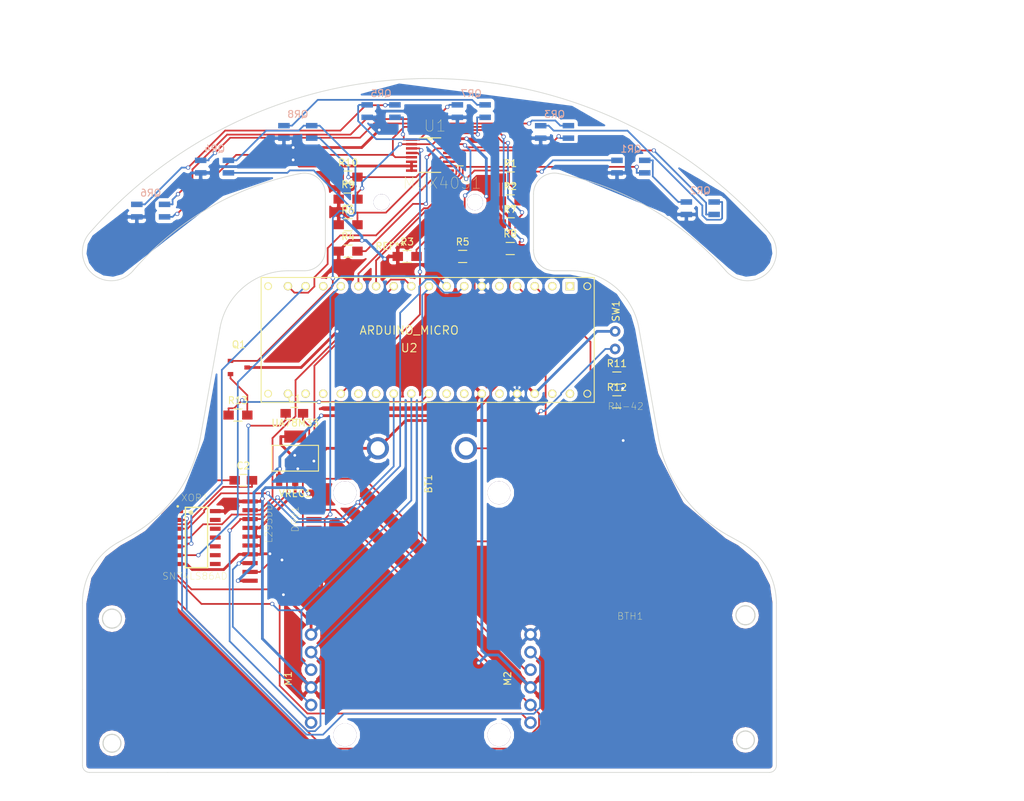
<source format=kicad_pcb>
(kicad_pcb (version 4) (host pcbnew 4.0.5)
  (layers (0 F.Cu signal hide) (31 B.Cu signal) (34 B.Paste user hide) (35 F.Paste user hide) (36 B.SilkS user) (37 F.SilkS user) (38 B.Mask user hide) (39 F.Mask user hide) (44 Edge.Cuts user))
  (net 0 "")
  (net 1 +9V)
  (net 2 +5V)
  (net 3 "Net-(BTH1-Pad1)")
  (net 4 "Net-(BTH1-Pad2)")
  (net 5 "Net-(BTH1-Pad3)")
  (net 6 "Net-(BTH1-Pad4)")
  (net 7 "Net-(BTH1-Pad5)")
  (net 8 "Net-(BTH1-Pad6)")
  (net 9 "Net-(BTH1-Pad7)")
  (net 10 "Net-(BTH1-Pad8)")
  (net 11 "Net-(BTH1-Pad9)")
  (net 12 "Net-(BTH1-Pad10)")
  (net 13 "Net-(BTH1-Pad11)")
  (net 14 "Net-(BTH1-Pad13)")
  (net 15 /RX)
  (net 16 "Net-(BTH1-Pad15)")
  (net 17 "Net-(BTH1-Pad16)")
  (net 18 "Net-(BTH1-Pad17)")
  (net 19 "Net-(BTH1-Pad18)")
  (net 20 "Net-(BTH1-Pad19)")
  (net 21 "Net-(BTH1-Pad20)")
  (net 22 "Net-(BTH1-Pad21)")
  (net 23 "Net-(BTH1-Pad22)")
  (net 24 "Net-(BTH1-Pad23)")
  (net 25 "Net-(BTH1-Pad24)")
  (net 26 "Net-(BTH1-Pad35)")
  (net 27 "Net-(BTH1-Pad29)")
  (net 28 "Net-(BTH1-Pad34)")
  (net 29 "Net-(BTH1-Pad33)")
  (net 30 "Net-(BTH1-Pad32)")
  (net 31 "Net-(BTH1-Pad31)")
  (net 32 "Net-(BTH1-Pad28)")
  (net 33 "Net-(BTH1-Pad30)")
  (net 34 /RDIRL)
  (net 35 /LDIRL)
  (net 36 /RDIRR)
  (net 37 /LDIRR)
  (net 38 /PWML1)
  (net 39 /PWMR1)
  (net 40 /PWML2)
  (net 41 /ENCLB)
  (net 42 /ENCLA)
  (net 43 /ENCRB)
  (net 44 /ENCRA)
  (net 45 /LON)
  (net 46 "Net-(Q1-Pad1)")
  (net 47 "Net-(QR1-Pad1)")
  (net 48 "Net-(QR1-Pad2)")
  (net 49 /QR1)
  (net 50 "Net-(QR2-Pad2)")
  (net 51 /QR2)
  (net 52 "Net-(QR3-Pad2)")
  (net 53 /QR3)
  (net 54 /QR4)
  (net 55 "Net-(QR5-Pad1)")
  (net 56 "Net-(QR5-Pad2)")
  (net 57 /QR5)
  (net 58 "Net-(QR6-Pad2)")
  (net 59 /QR6)
  (net 60 "Net-(QR7-Pad2)")
  (net 61 /QR7)
  (net 62 /QR8)
  (net 63 /TX)
  (net 64 /MUX)
  (net 65 /S2)
  (net 66 /S1)
  (net 67 /S0)
  (net 68 "Net-(U2-Pad34)")
  (net 69 "Net-(U2-Pad33)")
  (net 70 "Net-(U2-Pad30)")
  (net 71 "Net-(U2-Pad28)")
  (net 72 "Net-(U2-Pad27)")
  (net 73 "Net-(U2-Pad23)")
  (net 74 "Net-(U2-Pad22)")
  (net 75 "Net-(U2-Pad20)")
  (net 76 "Net-(U2-Pad19)")
  (net 77 "Net-(U2-Pad18)")
  (net 78 "Net-(U2-Pad1)")
  (net 79 "Net-(U2-Pad2)")
  (net 80 "Net-(U2-Pad5)")
  (net 81 /LXOR)
  (net 82 /RXOR)
  (net 83 /PWMR2)
  (net 84 "Net-(XOR1-Pad8)")
  (net 85 "Net-(XOR1-Pad9)")
  (net 86 "Net-(XOR1-Pad10)")
  (net 87 "Net-(XOR1-Pad11)")
  (net 88 "Net-(XOR1-Pad12)")
  (net 89 "Net-(XOR1-Pad13)")
  (net 90 GND)
  (net 91 "Net-(Q1-Pad2)")
  (net 92 "Net-(BT1-Pad1)")
  (module footprints_robot:JSA4-1-G0 (layer F.Cu) (at 175.26 101.6 270)
    (fp_text reference SW1 (at -2.921 -0.127 270) (layer F.SilkS))
    (fp_text value JSA4-1-G0)
    (pad 2 thru_hole circle (at 2.54 0 270) (size 1.524 1.524) (drill 0.762) (layers *.Cu *.Mask) (net 92 "Net-(BT1-Pad1)"))
    (pad 1 thru_hole circle (at 0 0 270) (size 1.524 1.524) (drill 0.762) (layers *.Cu *.Mask) (net 1 +9V))
  )
  (module footprints_robot:battery_holder (layer F.Cu) (at 158.532 124.858 270)
    (fp_text reference BT1 (at -1.27 10.16 270) (layer F.SilkS))
    (fp_text value Battery_Cell)
    (pad 3 thru_hole circle (at 0 22.2 270) (size 3.3 3.3) (drill 3.3) (layers *.Cu *.Mask))
    (pad 5 thru_hole circle (at 0 0 270) (size 3.3 3.3) (drill 3.3) (layers *.Cu *.Mask))
    (pad 6 thru_hole circle (at 34.9 0 270) (size 3.3 3.3) (drill 3.3) (layers *.Cu *.Mask))
    (pad 4 thru_hole circle (at 34.9 22.2 270) (size 3.3 3.3) (drill 3.3) (layers *.Cu *.Mask))
    (pad 1 thru_hole circle (at -6.4 4.765 270) (size 3.2 3.2) (drill 2.06) (layers *.Cu *.Mask) (net 92 "Net-(BT1-Pad1)"))
    (pad 2 thru_hole circle (at -6.4 17.465 270) (size 3.2 3.2) (drill 2.06) (layers *.Cu *.Mask) (net 90 GND))
  )
  (module SOIC127P600X175-14N:SOIC127P600X175-14N (layer F.Cu) (at 114.935 131.318)
    (fp_text reference XOR1 (at -0.26 -5.735) (layer F.SilkS) (effects (font (thickness 0.05))))
    (fp_text value SN74LS86AD (at -0.225 5.565) (layer F.SilkS) (effects (font (thickness 0.05))))
    (pad 1 smd rect (at -2.7 -3.81) (size 1.55 0.6) (layers F.Cu F.Paste F.Mask) (net 42 /ENCLA))
    (pad 2 smd rect (at -2.7 -2.54) (size 1.55 0.6) (layers F.Cu F.Paste F.Mask) (net 41 /ENCLB))
    (pad 3 smd rect (at -2.7 -1.27) (size 1.55 0.6) (layers F.Cu F.Paste F.Mask) (net 81 /LXOR))
    (pad 4 smd rect (at -2.7 0) (size 1.55 0.6) (layers F.Cu F.Paste F.Mask) (net 44 /ENCRA))
    (pad 5 smd rect (at -2.7 1.27) (size 1.55 0.6) (layers F.Cu F.Paste F.Mask) (net 43 /ENCRB))
    (pad 6 smd rect (at -2.7 2.54) (size 1.55 0.6) (layers F.Cu F.Paste F.Mask) (net 82 /RXOR))
    (pad 7 smd rect (at -2.7 3.81) (size 1.55 0.6) (layers F.Cu F.Paste F.Mask) (net 90 GND))
    (pad 8 smd rect (at 2.7 3.81 180) (size 1.55 0.6) (layers F.Cu F.Paste F.Mask) (net 84 "Net-(XOR1-Pad8)"))
    (pad 9 smd rect (at 2.7 2.54 180) (size 1.55 0.6) (layers F.Cu F.Paste F.Mask) (net 85 "Net-(XOR1-Pad9)"))
    (pad 10 smd rect (at 2.7 1.27 180) (size 1.55 0.6) (layers F.Cu F.Paste F.Mask) (net 86 "Net-(XOR1-Pad10)"))
    (pad 11 smd rect (at 2.7 0 180) (size 1.55 0.6) (layers F.Cu F.Paste F.Mask) (net 87 "Net-(XOR1-Pad11)"))
    (pad 12 smd rect (at 2.7 -1.27 180) (size 1.55 0.6) (layers F.Cu F.Paste F.Mask) (net 88 "Net-(XOR1-Pad12)"))
    (pad 13 smd rect (at 2.7 -2.54 180) (size 1.55 0.6) (layers F.Cu F.Paste F.Mask) (net 89 "Net-(XOR1-Pad13)"))
    (pad 14 smd rect (at 2.7 -3.81 180) (size 1.55 0.6) (layers F.Cu F.Paste F.Mask) (net 2 +5V))
  )
  (module footprints_robot:UA78M33-Q1_DCY_4 (layer F.Cu) (at 129.159 119.888)
    (fp_text reference VREG1 (at 0 5.08) (layer F.SilkS))
    (fp_text value UA78M33 (at 0 -5.08) (layer F.SilkS))
    (pad 1 smd rect (at -2.3114 3.11785) (size 0.889 1.7526) (layers F.Cu) (net 1 +9V))
    (pad 2 smd rect (at 0 3.11785) (size 0.889 1.7526) (layers F.Cu) (net 90 GND))
    (pad 3 smd rect (at 2.3114 3.11785) (size 0.889 1.7526) (layers F.Cu) (net 13 "Net-(BTH1-Pad11)"))
    (pad 4 smd rect (at 0 -3.11785) (size 3.1496 1.7526) (layers F.Cu) (net 90 GND))
  )
  (module SOP63P600X175-16N:SOP63P600X175-16N (layer F.Cu) (at 148.59 76.2)
    (fp_text reference U1 (at 0.7112 -4.2164) (layer F.SilkS) (effects (font (size 1.64 1.64) (thickness 0.05))))
    (fp_text value MUX4051 (at 1.7526 4.0386) (layer F.SilkS) (effects (font (size 1.64 1.64) (thickness 0.05))))
    (pad 1 smd rect (at -2.667 -2.2352) (size 1.6002 0.3556) (layers F.Cu F.Paste F.Mask) (net 57 /QR5))
    (pad 2 smd rect (at -2.667 -1.5748) (size 1.6002 0.3556) (layers F.Cu F.Paste F.Mask) (net 61 /QR7))
    (pad 3 smd rect (at -2.667 -0.9652) (size 1.6002 0.3556) (layers F.Cu F.Paste F.Mask) (net 64 /MUX))
    (pad 4 smd rect (at -2.667 -0.3048) (size 1.6002 0.3556) (layers F.Cu F.Paste F.Mask) (net 62 /QR8))
    (pad 5 smd rect (at -2.667 0.3048) (size 1.6002 0.3556) (layers F.Cu F.Paste F.Mask) (net 59 /QR6))
    (pad 6 smd rect (at -2.667 0.9652) (size 1.6002 0.3556) (layers F.Cu F.Paste F.Mask) (net 90 GND))
    (pad 7 smd rect (at -2.667 1.5748) (size 1.6002 0.3556) (layers F.Cu F.Paste F.Mask) (net 90 GND))
    (pad 8 smd rect (at -2.667 2.2352) (size 1.6002 0.3556) (layers F.Cu F.Paste F.Mask) (net 90 GND))
    (pad 9 smd rect (at 2.667 2.2352) (size 1.6002 0.3556) (layers F.Cu F.Paste F.Mask) (net 65 /S2))
    (pad 10 smd rect (at 2.667 1.5748) (size 1.6002 0.3556) (layers F.Cu F.Paste F.Mask) (net 66 /S1))
    (pad 11 smd rect (at 2.667 0.9652) (size 1.6002 0.3556) (layers F.Cu F.Paste F.Mask) (net 67 /S0))
    (pad 12 smd rect (at 2.667 0.3048) (size 1.6002 0.3556) (layers F.Cu F.Paste F.Mask) (net 54 /QR4))
    (pad 13 smd rect (at 2.667 -0.3048) (size 1.6002 0.3556) (layers F.Cu F.Paste F.Mask) (net 49 /QR1))
    (pad 14 smd rect (at 2.667 -0.9652) (size 1.6002 0.3556) (layers F.Cu F.Paste F.Mask) (net 51 /QR2))
    (pad 15 smd rect (at 2.667 -1.5748) (size 1.6002 0.3556) (layers F.Cu F.Paste F.Mask) (net 53 /QR3))
    (pad 16 smd rect (at 2.667 -2.2352) (size 1.6002 0.3556) (layers F.Cu F.Paste F.Mask) (net 2 +5V))
  )
  (module Resistors_SMD:R_0805_HandSoldering (layer F.Cu) (at 120.904 113.665)
    (fp_text reference R13 (at 0 -2.1) (layer F.SilkS))
    (fp_text value 1K)
    (pad 1 smd rect (at -1.35 0) (size 1.5 1.3) (layers F.Cu F.Paste F.Mask) (net 45 /LON))
    (pad 2 smd rect (at 1.35 0) (size 1.5 1.3) (layers F.Cu F.Paste F.Mask) (net 91 "Net-(Q1-Pad2)"))
  )
  (module Resistors_SMD:R_0805_HandSoldering (layer F.Cu) (at 175.514 111.76)
    (fp_text reference R12 (at 0 -2.1) (layer F.SilkS))
    (fp_text value "5 K")
    (pad 1 smd rect (at -1.35 0) (size 1.5 1.3) (layers F.Cu F.Paste F.Mask) (net 63 /TX))
    (pad 2 smd rect (at 1.35 0) (size 1.5 1.3) (layers F.Cu F.Paste F.Mask) (net 14 "Net-(BTH1-Pad13)"))
  )
  (module Resistors_SMD:R_0805_HandSoldering (layer F.Cu) (at 175.514 108.331)
    (fp_text reference R11 (at 0 -2.1) (layer F.SilkS))
    (fp_text value "10 K")
    (pad 1 smd rect (at -1.35 0) (size 1.5 1.3) (layers F.Cu F.Paste F.Mask) (net 14 "Net-(BTH1-Pad13)"))
    (pad 2 smd rect (at 1.35 0) (size 1.5 1.3) (layers F.Cu F.Paste F.Mask) (net 90 GND))
  )
  (module Resistors_SMD:R_0805_HandSoldering (layer F.Cu) (at 136.779 79.375)
    (fp_text reference R10 (at 0 -2.1) (layer F.SilkS))
    (fp_text value "10 K")
    (pad 1 smd rect (at -1.35 0) (size 1.5 1.3) (layers F.Cu F.Paste F.Mask) (net 2 +5V))
    (pad 2 smd rect (at 1.35 0) (size 1.5 1.3) (layers F.Cu F.Paste F.Mask) (net 62 /QR8))
  )
  (module Resistors_SMD:R_0805_HandSoldering (layer F.Cu) (at 136.779 82.55)
    (fp_text reference R9 (at 0 -2.1) (layer F.SilkS))
    (fp_text value "10 K")
    (pad 1 smd rect (at -1.35 0) (size 1.5 1.3) (layers F.Cu F.Paste F.Mask) (net 2 +5V))
    (pad 2 smd rect (at 1.35 0) (size 1.5 1.3) (layers F.Cu F.Paste F.Mask) (net 61 /QR7))
  )
  (module Resistors_SMD:R_0805_HandSoldering (layer F.Cu) (at 160.147 89.662)
    (fp_text reference R8 (at 0 -2.1) (layer F.SilkS))
    (fp_text value "10 K")
    (pad 1 smd rect (at -1.35 0) (size 1.5 1.3) (layers F.Cu F.Paste F.Mask) (net 2 +5V))
    (pad 2 smd rect (at 1.35 0) (size 1.5 1.3) (layers F.Cu F.Paste F.Mask) (net 59 /QR6))
  )
  (module Resistors_SMD:R_0805_HandSoldering (layer F.Cu) (at 160.147 86.106)
    (fp_text reference R7 (at 0 -2.1) (layer F.SilkS))
    (fp_text value "10 K")
    (pad 1 smd rect (at -1.35 0) (size 1.5 1.3) (layers F.Cu F.Paste F.Mask) (net 2 +5V))
    (pad 2 smd rect (at 1.35 0) (size 1.5 1.3) (layers F.Cu F.Paste F.Mask) (net 57 /QR5))
  )
  (module Resistors_SMD:R_0805_HandSoldering (layer F.Cu) (at 136.779 86.233)
    (fp_text reference R6 (at 0 -2.1) (layer F.SilkS))
    (fp_text value "10 K")
    (pad 1 smd rect (at -1.35 0) (size 1.5 1.3) (layers F.Cu F.Paste F.Mask) (net 2 +5V))
    (pad 2 smd rect (at 1.35 0) (size 1.5 1.3) (layers F.Cu F.Paste F.Mask) (net 54 /QR4))
  )
  (module Resistors_SMD:R_0805_HandSoldering (layer F.Cu) (at 153.289 90.805)
    (fp_text reference R5 (at 0 -2.1) (layer F.SilkS))
    (fp_text value "10 K")
    (pad 1 smd rect (at -1.35 0) (size 1.5 1.3) (layers F.Cu F.Paste F.Mask) (net 2 +5V))
    (pad 2 smd rect (at 1.35 0) (size 1.5 1.3) (layers F.Cu F.Paste F.Mask) (net 53 /QR3))
  )
  (module Resistors_SMD:R_0805_HandSoldering (layer F.Cu) (at 136.779 90.043)
    (fp_text reference R4 (at 0 -2.1) (layer F.SilkS))
    (fp_text value "10 K")
    (pad 1 smd rect (at -1.35 0) (size 1.5 1.3) (layers F.Cu F.Paste F.Mask) (net 2 +5V))
    (pad 2 smd rect (at 1.35 0) (size 1.5 1.3) (layers F.Cu F.Paste F.Mask) (net 51 /QR2))
  )
  (module Resistors_SMD:R_0805_HandSoldering (layer F.Cu) (at 145.288 90.805)
    (fp_text reference R3 (at 0 -2.1) (layer F.SilkS))
    (fp_text value "10 K")
    (pad 1 smd rect (at -1.35 0) (size 1.5 1.3) (layers F.Cu F.Paste F.Mask) (net 2 +5V))
    (pad 2 smd rect (at 1.35 0) (size 1.5 1.3) (layers F.Cu F.Paste F.Mask) (net 49 /QR1))
  )
  (module Resistors_SMD:R_0805_HandSoldering (layer F.Cu) (at 160.147 82.804)
    (fp_text reference R2 (at 0 -2.1) (layer F.SilkS))
    (fp_text value "100 R")
    (pad 1 smd rect (at -1.35 0) (size 1.5 1.3) (layers F.Cu F.Paste F.Mask) (net 1 +9V))
    (pad 2 smd rect (at 1.35 0) (size 1.5 1.3) (layers F.Cu F.Paste F.Mask) (net 55 "Net-(QR5-Pad1)"))
  )
  (module Resistors_SMD:R_0805_HandSoldering (layer F.Cu) (at 160.147 79.502)
    (fp_text reference R1 (at 0 -2.1) (layer F.SilkS))
    (fp_text value "100 R")
    (pad 1 smd rect (at -1.35 0) (size 1.5 1.3) (layers F.Cu F.Paste F.Mask) (net 1 +9V))
    (pad 2 smd rect (at 1.35 0) (size 1.5 1.3) (layers F.Cu F.Paste F.Mask) (net 47 "Net-(QR1-Pad1)"))
  )
  (module footprints_robot:QRE1113GR (layer B.Cu) (at 129.532 72.8583)
    (fp_text reference QR8 (at 0 -2.54) (layer B.SilkS) (effects (justify mirror)))
    (fp_text value QRE1113)
    (pad 1 smd rect (at -2 -0.9) (size 1.66 0.79) (layers B.Cu B.Paste B.Mask) (net 60 "Net-(QR7-Pad2)"))
    (pad 2 smd rect (at 2 -0.9) (size 1.66 0.79) (layers B.Cu B.Paste B.Mask) (net 46 "Net-(Q1-Pad1)"))
    (pad 3 smd rect (at 2 0.9) (size 1.66 0.79) (layers B.Cu B.Paste B.Mask) (net 62 /QR8))
    (pad 4 smd rect (at -2 0.9) (size 1.66 0.79) (layers B.Cu B.Paste B.Mask) (net 90 GND))
  )
  (module footprints_robot:QRE1113GR (layer B.Cu) (at 154.532 69.8583)
    (fp_text reference QR7 (at 0 -2.54) (layer B.SilkS) (effects (justify mirror)))
    (fp_text value QRE1113)
    (pad 1 smd rect (at -2 -0.9) (size 1.66 0.79) (layers B.Cu B.Paste B.Mask) (net 58 "Net-(QR6-Pad2)"))
    (pad 2 smd rect (at 2 -0.9) (size 1.66 0.79) (layers B.Cu B.Paste B.Mask) (net 60 "Net-(QR7-Pad2)"))
    (pad 3 smd rect (at 2 0.9) (size 1.66 0.79) (layers B.Cu B.Paste B.Mask) (net 61 /QR7))
    (pad 4 smd rect (at -2 0.9) (size 1.66 0.79) (layers B.Cu B.Paste B.Mask) (net 90 GND))
  )
  (module footprints_robot:QRE1113GR (layer B.Cu) (at 108.331 84.201)
    (fp_text reference QR6 (at 0 -2.54) (layer B.SilkS) (effects (justify mirror)))
    (fp_text value QRE1113)
    (pad 1 smd rect (at -2 -0.9) (size 1.66 0.79) (layers B.Cu B.Paste B.Mask) (net 56 "Net-(QR5-Pad2)"))
    (pad 2 smd rect (at 2 -0.9) (size 1.66 0.79) (layers B.Cu B.Paste B.Mask) (net 58 "Net-(QR6-Pad2)"))
    (pad 3 smd rect (at 2 0.9) (size 1.66 0.79) (layers B.Cu B.Paste B.Mask) (net 59 /QR6))
    (pad 4 smd rect (at -2 0.9) (size 1.66 0.79) (layers B.Cu B.Paste B.Mask) (net 90 GND))
  )
  (module footprints_robot:QRE1113GR (layer B.Cu) (at 141.532 69.8583)
    (fp_text reference QR5 (at 0 -2.54) (layer B.SilkS) (effects (justify mirror)))
    (fp_text value QRE1113)
    (pad 1 smd rect (at -2 -0.9) (size 1.66 0.79) (layers B.Cu B.Paste B.Mask) (net 55 "Net-(QR5-Pad1)"))
    (pad 2 smd rect (at 2 -0.9) (size 1.66 0.79) (layers B.Cu B.Paste B.Mask) (net 56 "Net-(QR5-Pad2)"))
    (pad 3 smd rect (at 2 0.9) (size 1.66 0.79) (layers B.Cu B.Paste B.Mask) (net 57 /QR5))
    (pad 4 smd rect (at -2 0.9) (size 1.66 0.79) (layers B.Cu B.Paste B.Mask) (net 90 GND))
  )
  (module footprints_robot:QRE1113GR (layer B.Cu) (at 117.532 77.8583)
    (fp_text reference QR4 (at 0 -2.54) (layer B.SilkS) (effects (justify mirror)))
    (fp_text value QRE1113)
    (pad 1 smd rect (at -2 -0.9) (size 1.66 0.79) (layers B.Cu B.Paste B.Mask) (net 52 "Net-(QR3-Pad2)"))
    (pad 2 smd rect (at 2 -0.9) (size 1.66 0.79) (layers B.Cu B.Paste B.Mask) (net 46 "Net-(Q1-Pad1)"))
    (pad 3 smd rect (at 2 0.9) (size 1.66 0.79) (layers B.Cu B.Paste B.Mask) (net 54 /QR4))
    (pad 4 smd rect (at -2 0.9) (size 1.66 0.79) (layers B.Cu B.Paste B.Mask) (net 90 GND))
  )
  (module footprints_robot:QRE1113GR (layer B.Cu) (at 166.532 72.8583)
    (fp_text reference QR3 (at 0 -2.54) (layer B.SilkS) (effects (justify mirror)))
    (fp_text value QRE1113)
    (pad 1 smd rect (at -2 -0.9) (size 1.66 0.79) (layers B.Cu B.Paste B.Mask) (net 50 "Net-(QR2-Pad2)"))
    (pad 2 smd rect (at 2 -0.9) (size 1.66 0.79) (layers B.Cu B.Paste B.Mask) (net 52 "Net-(QR3-Pad2)"))
    (pad 3 smd rect (at 2 0.9) (size 1.66 0.79) (layers B.Cu B.Paste B.Mask) (net 53 /QR3))
    (pad 4 smd rect (at -2 0.9) (size 1.66 0.79) (layers B.Cu B.Paste B.Mask) (net 90 GND))
  )
  (module footprints_robot:QRE1113GR (layer B.Cu) (at 187.532 83.8583)
    (fp_text reference QR2 (at 0 -2.54) (layer B.SilkS) (effects (justify mirror)))
    (fp_text value QRE1113)
    (pad 1 smd rect (at -2 -0.9) (size 1.66 0.79) (layers B.Cu B.Paste B.Mask) (net 48 "Net-(QR1-Pad2)"))
    (pad 2 smd rect (at 2 -0.9) (size 1.66 0.79) (layers B.Cu B.Paste B.Mask) (net 50 "Net-(QR2-Pad2)"))
    (pad 3 smd rect (at 2 0.9) (size 1.66 0.79) (layers B.Cu B.Paste B.Mask) (net 51 /QR2))
    (pad 4 smd rect (at -2 0.9) (size 1.66 0.79) (layers B.Cu B.Paste B.Mask) (net 90 GND))
  )
  (module footprints_robot:QRE1113GR (layer B.Cu) (at 177.532 77.8583)
    (fp_text reference QR1 (at 0 -2.54) (layer B.SilkS) (effects (justify mirror)))
    (fp_text value QRE1113)
    (pad 1 smd rect (at -2 -0.9) (size 1.66 0.79) (layers B.Cu B.Paste B.Mask) (net 47 "Net-(QR1-Pad1)"))
    (pad 2 smd rect (at 2 -0.9) (size 1.66 0.79) (layers B.Cu B.Paste B.Mask) (net 48 "Net-(QR1-Pad2)"))
    (pad 3 smd rect (at 2 0.9) (size 1.66 0.79) (layers B.Cu B.Paste B.Mask) (net 49 /QR1))
    (pad 4 smd rect (at -2 0.9) (size 1.66 0.79) (layers B.Cu B.Paste B.Mask) (net 90 GND))
  )
  (module footprints_robot:BSV52_NPN (layer F.Cu) (at 121.031 106.807)
    (fp_text reference Q1 (at 0 -3.302) (layer F.SilkS))
    (fp_text value Q_NPN_CBE)
    (pad 3 smd rect (at 1.2 0) (size 0.8 0.6) (layers F.Cu F.Paste F.Mask) (net 90 GND))
    (pad 2 smd rect (at -1.2 0.95) (size 0.8 0.6) (layers F.Cu F.Paste F.Mask) (net 91 "Net-(Q1-Pad2)"))
    (pad 1 smd rect (at -1.2 -0.95) (size 0.8 0.6) (layers F.Cu F.Paste F.Mask) (net 46 "Net-(Q1-Pad1)"))
  )
  (module footprints_robot:EM_Encoder (layer F.Cu) (at 163.068 151.638 90)
    (fp_text reference M2 (at 0 -3.302 90) (layer F.SilkS))
    (fp_text value "MOTOR DESNI")
    (pad 6 thru_hole circle (at 6.35 0 90) (size 1.8 1.8) (drill 1.08) (layers *.Cu *.Mask) (net 90 GND))
    (pad 5 thru_hole circle (at 3.81 0 90) (size 1.8 1.8) (drill 1.08) (layers *.Cu *.Mask) (net 43 /ENCRB))
    (pad 4 thru_hole circle (at 1.27 0 90) (size 1.8 1.8) (drill 1.08) (layers *.Cu *.Mask) (net 44 /ENCRA))
    (pad 3 thru_hole circle (at -1.27 0 90) (size 1.8 1.8) (drill 1.08) (layers *.Cu *.Mask) (net 2 +5V))
    (pad 2 thru_hole circle (at -3.81 0 90) (size 1.8 1.8) (drill 1.08) (layers *.Cu *.Mask) (net 36 /RDIRR))
    (pad 1 thru_hole circle (at -6.35 0 90) (size 1.8 1.8) (drill 1.08) (layers *.Cu *.Mask) (net 37 /LDIRR))
  )
  (module footprints_robot:EM_Encoder (layer F.Cu) (at 131.445 151.638 90)
    (fp_text reference M1 (at 0 -3.302 90) (layer F.SilkS))
    (fp_text value "MOTOR LEVI")
    (pad 6 thru_hole circle (at 6.35 0 90) (size 1.8 1.8) (drill 1.08) (layers *.Cu *.Mask) (net 90 GND))
    (pad 5 thru_hole circle (at 3.81 0 90) (size 1.8 1.8) (drill 1.08) (layers *.Cu *.Mask) (net 41 /ENCLB))
    (pad 4 thru_hole circle (at 1.27 0 90) (size 1.8 1.8) (drill 1.08) (layers *.Cu *.Mask) (net 42 /ENCLA))
    (pad 3 thru_hole circle (at -1.27 0 90) (size 1.8 1.8) (drill 1.08) (layers *.Cu *.Mask) (net 2 +5V))
    (pad 2 thru_hole circle (at -3.81 0 90) (size 1.8 1.8) (drill 1.08) (layers *.Cu *.Mask) (net 34 /RDIRL))
    (pad 1 thru_hole circle (at -6.35 0 90) (size 1.8 1.8) (drill 1.08) (layers *.Cu *.Mask) (net 35 /LDIRL))
  )
  (module footprints_robot:L293DD (layer F.Cu) (at 127.254 131.826 270)
    (fp_text reference DRV1 (at -3.175 -1.905 270) (layer F.SilkS) (effects (font (thickness 0.05))))
    (fp_text value L293DD (at -2.54 1.905 270) (layer F.SilkS) (effects (font (thickness 0.05))))
    (pad 2 smd rect (at -4.445 4.6 270) (size 0.6 2.2) (layers F.Cu F.Paste F.Mask) (net 38 /PWML1))
    (pad 13 smd rect (at 3.175 -4.6 270) (size 0.6 2.2) (layers F.Cu F.Paste F.Mask) (net 37 /LDIRR))
    (pad 1 smd rect (at -5.715 4.6 270) (size 0.6 2.2) (layers F.Cu F.Paste F.Mask) (net 2 +5V))
    (pad 3 smd rect (at -3.175 4.6 270) (size 0.6 2.2) (layers F.Cu F.Paste F.Mask) (net 35 /LDIRL))
    (pad 4 smd rect (at -1.905 4.6 270) (size 0.6 2.2) (layers F.Cu F.Paste F.Mask) (net 90 GND))
    (pad 14 smd rect (at 1.905 -4.6 270) (size 0.6 2.2) (layers F.Cu F.Paste F.Mask) (net 90 GND))
    (pad 12 smd rect (at 4.445 -4.6 270) (size 0.6 2.2) (layers F.Cu F.Paste F.Mask) (net 39 /PWMR1))
    (pad 11 smd rect (at 5.715 -4.6 270) (size 0.6 2.2) (layers F.Cu F.Paste F.Mask) (net 2 +5V))
    (pad 6 smd rect (at 0.635 4.6 270) (size 0.6 2.2) (layers F.Cu F.Paste F.Mask) (net 90 GND))
    (pad 9 smd rect (at 4.445 4.6 270) (size 0.6 2.2) (layers F.Cu F.Paste F.Mask) (net 40 /PWML2))
    (pad 5 smd rect (at -0.635 4.6 270) (size 0.6 2.2) (layers F.Cu F.Paste F.Mask) (net 90 GND))
    (pad 7 smd rect (at 1.905 4.6 270) (size 0.6 2.2) (layers F.Cu F.Paste F.Mask) (net 90 GND))
    (pad 10 smd rect (at 5.715 4.6 270) (size 0.6 2.2) (layers F.Cu F.Paste F.Mask) (net 1 +9V))
    (pad 8 smd rect (at 3.175 4.6 270) (size 0.6 2.2) (layers F.Cu F.Paste F.Mask) (net 34 /RDIRL))
    (pad 15 smd rect (at 0.635 -4.6 270) (size 0.6 2.2) (layers F.Cu F.Paste F.Mask) (net 90 GND))
    (pad 16 smd rect (at -0.635 -4.6 270) (size 0.6 2.2) (layers F.Cu F.Paste F.Mask) (net 90 GND))
    (pad 17 smd rect (at -1.905 -4.6 270) (size 0.6 2.2) (layers F.Cu F.Paste F.Mask) (net 90 GND))
    (pad 18 smd rect (at -3.175 -4.6 270) (size 0.6 2.2) (layers F.Cu F.Paste F.Mask) (net 39 /PWMR1))
    (pad 19 smd rect (at -4.445 -4.6 270) (size 0.6 2.2) (layers F.Cu F.Paste F.Mask) (net 36 /RDIRR))
    (pad 20 smd rect (at -5.715 -4.6 270) (size 0.6 2.2) (layers F.Cu F.Paste F.Mask) (net 2 +5V))
  )
  (module Capacitors_SMD:C_0805_HandSoldering (layer F.Cu) (at 121.681 123.068)
    (fp_text reference C2 (at 0 -2.1) (layer F.SilkS))
    (fp_text value C)
    (pad 1 smd rect (at -1.25 0) (size 1.5 1.25) (layers F.Cu F.Paste F.Mask) (net 36 /RDIRR))
    (pad 2 smd rect (at 1.25 0) (size 1.5 1.25) (layers F.Cu F.Paste F.Mask) (net 37 /LDIRR))
  )
  (module Capacitors_SMD:C_0805_HandSoldering (layer F.Cu) (at 129.032 113.411)
    (fp_text reference C1 (at 0 -2.1) (layer F.SilkS))
    (fp_text value C)
    (pad 1 smd rect (at -1.25 0) (size 1.5 1.25) (layers F.Cu F.Paste F.Mask) (net 34 /RDIRL))
    (pad 2 smd rect (at 1.25 0) (size 1.5 1.25) (layers F.Cu F.Paste F.Mask) (net 35 /LDIRL))
  )
  (module RN-42-HID-RD1:MICROCHIP_RN-42-HID-RD1 (layer F.Cu) (at 172.974 128.016 180)
    (fp_text reference BTH1 (at -4.46 -14.635 180) (layer F.SilkS) (effects (font (thickness 0.05))))
    (fp_text value RN-42 (at -3.81495 15.6111 180) (layer F.SilkS) (effects (font (thickness 0.05))))
    (pad 1 smd rect (at -6.4 -3.1 180) (size 2 0.8) (layers F.Cu F.Paste F.Mask) (net 3 "Net-(BTH1-Pad1)"))
    (pad 2 smd rect (at -6.4 -1.9 180) (size 2 0.8) (layers F.Cu F.Paste F.Mask) (net 4 "Net-(BTH1-Pad2)"))
    (pad 3 smd rect (at -6.4 -0.7 180) (size 2 0.8) (layers F.Cu F.Paste F.Mask) (net 5 "Net-(BTH1-Pad3)"))
    (pad 4 smd rect (at -6.4 0.5 180) (size 2 0.8) (layers F.Cu F.Paste F.Mask) (net 6 "Net-(BTH1-Pad4)"))
    (pad 5 smd rect (at -6.4 1.7 180) (size 2 0.8) (layers F.Cu F.Paste F.Mask) (net 7 "Net-(BTH1-Pad5)"))
    (pad 6 smd rect (at -6.4 2.9 180) (size 2 0.8) (layers F.Cu F.Paste F.Mask) (net 8 "Net-(BTH1-Pad6)"))
    (pad 7 smd rect (at -6.4 4.1 180) (size 2 0.8) (layers F.Cu F.Paste F.Mask) (net 9 "Net-(BTH1-Pad7)"))
    (pad 8 smd rect (at -6.4 5.3 180) (size 2 0.8) (layers F.Cu F.Paste F.Mask) (net 10 "Net-(BTH1-Pad8)"))
    (pad 9 smd rect (at -6.4 6.5 180) (size 2 0.8) (layers F.Cu F.Paste F.Mask) (net 11 "Net-(BTH1-Pad9)"))
    (pad 10 smd rect (at -6.4 7.7 180) (size 2 0.8) (layers F.Cu F.Paste F.Mask) (net 12 "Net-(BTH1-Pad10)"))
    (pad 11 smd rect (at -6.4 8.9 180) (size 2 0.8) (layers F.Cu F.Paste F.Mask) (net 13 "Net-(BTH1-Pad11)"))
    (pad 12 smd rect (at -6.4 10.1 180) (size 2 0.8) (layers F.Cu F.Paste F.Mask) (net 90 GND))
    (pad 13 smd rect (at 6.4 10.1) (size 2 0.8) (layers F.Cu F.Paste F.Mask) (net 14 "Net-(BTH1-Pad13)"))
    (pad 14 smd rect (at 6.4 8.9) (size 2 0.8) (layers F.Cu F.Paste F.Mask) (net 15 /RX))
    (pad 15 smd rect (at 6.4 7.7) (size 2 0.8) (layers F.Cu F.Paste F.Mask) (net 16 "Net-(BTH1-Pad15)"))
    (pad 16 smd rect (at 6.4 6.5) (size 2 0.8) (layers F.Cu F.Paste F.Mask) (net 17 "Net-(BTH1-Pad16)"))
    (pad 17 smd rect (at 6.4 5.3) (size 2 0.8) (layers F.Cu F.Paste F.Mask) (net 18 "Net-(BTH1-Pad17)"))
    (pad 18 smd rect (at 6.4 4.1) (size 2 0.8) (layers F.Cu F.Paste F.Mask) (net 19 "Net-(BTH1-Pad18)"))
    (pad 19 smd rect (at 6.4 2.9) (size 2 0.8) (layers F.Cu F.Paste F.Mask) (net 20 "Net-(BTH1-Pad19)"))
    (pad 20 smd rect (at 6.4 1.7) (size 2 0.8) (layers F.Cu F.Paste F.Mask) (net 21 "Net-(BTH1-Pad20)"))
    (pad 21 smd rect (at 6.4 0.5) (size 2 0.8) (layers F.Cu F.Paste F.Mask) (net 22 "Net-(BTH1-Pad21)"))
    (pad 22 smd rect (at 6.4 -0.7) (size 2 0.8) (layers F.Cu F.Paste F.Mask) (net 23 "Net-(BTH1-Pad22)"))
    (pad 23 smd rect (at 6.4 -1.9) (size 2 0.8) (layers F.Cu F.Paste F.Mask) (net 24 "Net-(BTH1-Pad23)"))
    (pad 24 smd rect (at 6.4 -3.1) (size 2 0.8) (layers F.Cu F.Paste F.Mask) (net 25 "Net-(BTH1-Pad24)"))
    (pad 35 smd rect (at -4.1 12.6 90) (size 2 0.8) (layers F.Cu F.Paste F.Mask) (net 26 "Net-(BTH1-Pad35)"))
    (pad 29 smd rect (at -3.1 12.6 270) (size 2 0.8) (layers F.Cu F.Paste F.Mask) (net 27 "Net-(BTH1-Pad29)"))
    (pad 34 smd rect (at -1.8 12.6 270) (size 2 0.8) (layers F.Cu F.Paste F.Mask) (net 28 "Net-(BTH1-Pad34)"))
    (pad 33 smd rect (at -0.6 12.6 270) (size 2 0.8) (layers F.Cu F.Paste F.Mask) (net 29 "Net-(BTH1-Pad33)"))
    (pad 32 smd rect (at 0.6 12.6 270) (size 2 0.8) (layers F.Cu F.Paste F.Mask) (net 30 "Net-(BTH1-Pad32)"))
    (pad 31 smd rect (at 1.8 12.6 270) (size 2 0.8) (layers F.Cu F.Paste F.Mask) (net 31 "Net-(BTH1-Pad31)"))
    (pad 28 smd rect (at 3.1 12.6 270) (size 2 0.8) (layers F.Cu F.Paste F.Mask) (net 32 "Net-(BTH1-Pad28)"))
    (pad 30 smd rect (at 4.1 12.6 270) (size 2 0.8) (layers F.Cu F.Paste F.Mask) (net 33 "Net-(BTH1-Pad30)"))
    (pad SHIE smd rect (at -5.6 12.15 270) (size 1 1.8) (layers F.Cu F.Paste F.Mask))
    (pad SHIE smd rect (at 5.6 12.15 270) (size 1 1.8) (layers F.Cu F.Paste F.Mask))
    (pad SHIE smd rect (at -5.6 -6.85 270) (size 1 1.8) (layers F.Cu F.Paste F.Mask))
    (pad SHIE smd rect (at 5.6 -6.85 270) (size 1 1.8) (layers F.Cu F.Paste F.Mask))
  )
  (module footprints_robot:ARDUINO_MICRO_SHIELD (layer F.Cu) (at 172.252 93.8383 180)
    (fp_text reference U2 (at 26.67 -10.16 180) (layer F.SilkS) (effects (font (size 1.2 1.2))))
    (fp_text value ARDUINO_MICRO (at 26.67 -7.62 180) (layer F.SilkS) (effects (font (size 1.2 1.2))))
    (pad 34 thru_hole circle (at 3.5 -16.746 180) (size 1.2 1.2) (drill 0.8) (layers *.Cu *.Mask F.SilkS) (net 68 "Net-(U2-Pad34)"))
    (pad 33 thru_hole circle (at 6.04 -16.746 180) (size 1.2 1.2) (drill 0.8) (layers *.Cu *.Mask F.SilkS) (net 69 "Net-(U2-Pad33)"))
    (pad 32 thru_hole circle (at 8.58 -16.746 180) (size 1.2 1.2) (drill 0.8) (layers *.Cu *.Mask F.SilkS) (net 1 +9V))
    (pad 31 thru_hole circle (at 11.12 -16.746 180) (size 1.2 1.2) (drill 0.8) (layers *.Cu *.Mask F.SilkS) (net 90 GND))
    (pad 30 thru_hole circle (at 13.66 -16.746 180) (size 1.2 1.2) (drill 0.8) (layers *.Cu *.Mask F.SilkS) (net 70 "Net-(U2-Pad30)"))
    (pad 29 thru_hole circle (at 16.2 -16.746 180) (size 1.2 1.2) (drill 0.8) (layers *.Cu *.Mask F.SilkS) (net 2 +5V))
    (pad 28 thru_hole circle (at 18.74 -16.746 180) (size 1.2 1.2) (drill 0.8) (layers *.Cu *.Mask F.SilkS) (net 71 "Net-(U2-Pad28)"))
    (pad 27 thru_hole circle (at 21.28 -16.746 180) (size 1.2 1.2) (drill 0.8) (layers *.Cu *.Mask F.SilkS) (net 72 "Net-(U2-Pad27)"))
    (pad 26 thru_hole circle (at 23.82 -16.746 180) (size 1.2 1.2) (drill 0.8) (layers *.Cu *.Mask F.SilkS) (net 45 /LON))
    (pad 25 thru_hole circle (at 26.36 -16.746 180) (size 1.2 1.2) (drill 0.8) (layers *.Cu *.Mask F.SilkS) (net 42 /ENCLA))
    (pad 24 thru_hole circle (at 28.9 -16.746 180) (size 1.2 1.2) (drill 0.8) (layers *.Cu *.Mask F.SilkS) (net 44 /ENCRA))
    (pad 23 thru_hole circle (at 31.44 -16.746 180) (size 1.2 1.2) (drill 0.8) (layers *.Cu *.Mask F.SilkS) (net 73 "Net-(U2-Pad23)"))
    (pad 22 thru_hole circle (at 33.98 -16.746 180) (size 1.2 1.2) (drill 0.8) (layers *.Cu *.Mask F.SilkS) (net 74 "Net-(U2-Pad22)"))
    (pad 21 thru_hole circle (at 36.52 -16.746 180) (size 1.2 1.2) (drill 0.8) (layers *.Cu *.Mask F.SilkS) (net 64 /MUX))
    (pad 20 thru_hole circle (at 39.06 -16.746 180) (size 1.2 1.2) (drill 0.8) (layers *.Cu *.Mask F.SilkS) (net 75 "Net-(U2-Pad20)"))
    (pad 19 thru_hole circle (at 41.6 -16.746 180) (size 1.2 1.2) (drill 0.8) (layers *.Cu *.Mask F.SilkS) (net 76 "Net-(U2-Pad19)"))
    (pad 18 thru_hole circle (at 44.14 -16.746 180) (size 1.2 1.2) (drill 0.8) (layers *.Cu *.Mask F.SilkS) (net 77 "Net-(U2-Pad18)"))
    (pad 1 thru_hole rect (at 3.5 -1.254 180) (size 1.2 1.2) (drill 0.8) (layers *.Cu *.Mask F.SilkS) (net 78 "Net-(U2-Pad1)"))
    (pad 2 thru_hole circle (at 6.04 -1.254 180) (size 1.2 1.2) (drill 0.8) (layers *.Cu *.Mask F.SilkS) (net 79 "Net-(U2-Pad2)"))
    (pad 3 thru_hole circle (at 8.58 -1.254 180) (size 1.2 1.2) (drill 0.8) (layers *.Cu *.Mask F.SilkS) (net 63 /TX))
    (pad 4 thru_hole circle (at 11.12 -1.254 180) (size 1.2 1.2) (drill 0.8) (layers *.Cu *.Mask F.SilkS) (net 15 /RX))
    (pad 5 thru_hole circle (at 13.66 -1.254 180) (size 1.2 1.2) (drill 0.8) (layers *.Cu *.Mask F.SilkS) (net 80 "Net-(U2-Pad5)"))
    (pad 6 thru_hole circle (at 16.2 -1.254 180) (size 1.2 1.2) (drill 0.8) (layers *.Cu *.Mask F.SilkS) (net 90 GND))
    (pad 7 thru_hole circle (at 18.74 -1.254 180) (size 1.2 1.2) (drill 0.8) (layers *.Cu *.Mask F.SilkS) (net 81 /LXOR))
    (pad 8 thru_hole circle (at 21.28 -1.254 180) (size 1.2 1.2) (drill 0.8) (layers *.Cu *.Mask F.SilkS) (net 82 /RXOR))
    (pad 9 thru_hole circle (at 23.82 -1.254 180) (size 1.2 1.2) (drill 0.8) (layers *.Cu *.Mask F.SilkS) (net 41 /ENCLB))
    (pad 10 thru_hole circle (at 26.36 -1.254 180) (size 1.2 1.2) (drill 0.8) (layers *.Cu *.Mask F.SilkS) (net 38 /PWML1))
    (pad 11 thru_hole circle (at 28.9 -1.254 180) (size 1.2 1.2) (drill 0.8) (layers *.Cu *.Mask F.SilkS) (net 40 /PWML2))
    (pad 12 thru_hole circle (at 31.44 -1.254 180) (size 1.2 1.2) (drill 0.8) (layers *.Cu *.Mask F.SilkS) (net 67 /S0))
    (pad 13 thru_hole circle (at 33.98 -1.254 180) (size 1.2 1.2) (drill 0.8) (layers *.Cu *.Mask F.SilkS) (net 66 /S1))
    (pad 14 thru_hole circle (at 36.52 -1.254 180) (size 1.2 1.2) (drill 0.8) (layers *.Cu *.Mask F.SilkS) (net 39 /PWMR1))
    (pad 15 thru_hole circle (at 39.06 -1.254 180) (size 1.2 1.2) (drill 0.8) (layers *.Cu *.Mask F.SilkS) (net 83 /PWMR2))
    (pad 16 thru_hole circle (at 41.6 -1.254 180) (size 1.2 1.2) (drill 0.8) (layers *.Cu *.Mask F.SilkS) (net 43 /ENCRB))
    (pad 17 thru_hole circle (at 44.14 -1.254 180) (size 1.2 1.2) (drill 0.8) (layers *.Cu *.Mask F.SilkS) (net 65 /S2))
  )
  (module footprints_robot:ball_caster (layer F.Cu) (at 141.6 82.9818)
    (fp_text reference REF** (at 1.27 6.35) (layer F.SilkS))
    (fp_text value ball_caster)
    (pad 1 thru_hole circle (at 13.46 0) (size 2.3 2.3) (drill 2.3) (layers *.Cu *.Mask))
    (pad 1 thru_hole circle (at 0 0) (size 2.3 2.3) (drill 2.3) (layers *.Cu *.Mask))
  )
  (gr_circle (center 194.04522 160.47974) (end 195.29522 160.78454) (layer Edge.Cuts) (width 0.15))
  (gr_circle (center 194.04522 142.51486) (end 195.29522 143.07566) (layer Edge.Cuts) (width 0.15))
  (gr_circle (center 194.04522 142.51486) (end 195.29522 143.07566) (layer Edge.Cuts) (width 0.15))
  (gr_circle (center 194.04522 160.47974) (end 195.29522 160.78454) (layer Edge.Cuts) (width 0.15))
  (gr_circle (center 102.75 160.96488) (end 104 161.26968) (layer Edge.Cuts) (width 0.15))
  (gr_circle (center 102.75 143) (end 104 143.5608) (layer Edge.Cuts) (width 0.15))
  (gr_circle (center 102.75 143) (end 104 143.5608) (layer Edge.Cuts) (width 0.15))
  (gr_circle (center 102.75 160.96488) (end 104 161.26968) (layer Edge.Cuts) (width 0.15))
  (gr_arc (start 197.5011 164.164517) (end 197.5011 165.164517) (angle -90) (layer Edge.Cuts) (width 0.1))
  (gr_arc (start 99.5011 164.164517) (end 98.5011 164.164517) (angle -90) (layer Edge.Cuts) (width 0.1))
  (gr_line (start 198.5011 164.164517) (end 198.5011 153.20429) (layer Edge.Cuts) (width 0.1))
  (gr_line (start 186.230574 165.164517) (end 197.5011 165.164517) (layer Edge.Cuts) (width 0.1))
  (gr_line (start 99.5011 165.164517) (end 110.771626 165.164517) (layer Edge.Cuts) (width 0.1))
  (gr_line (start 98.5011 153.20429) (end 98.5011 164.164517) (layer Edge.Cuts) (width 0.1))
  (gr_line (start 110.771626 165.164517) (end 186.230574 165.164517) (layer Edge.Cuts) (width 0.1))
  (gr_line (start 191.527009 130.999638) (end 193.347697 132.008453) (layer Edge.Cuts) (width 0.1))
  (gr_line (start 178.680188 101.105168) (end 181.53364 117.032513) (layer Edge.Cuts) (width 0.1))
  (gr_line (start 118.322012 101.105168) (end 115.46856 117.032513) (layer Edge.Cuts) (width 0.1))
  (gr_line (start 130.5011 92.868634) (end 128.165293 92.868634) (layer Edge.Cuts) (width 0.1))
  (gr_line (start 163.5011 81.805766) (end 163.5011 89.868634) (layer Edge.Cuts) (width 0.1))
  (gr_line (start 105.475191 130.999638) (end 103.654503 132.008453) (layer Edge.Cuts) (width 0.1))
  (gr_line (start 166.5011 92.868634) (end 168.836907 92.868634) (layer Edge.Cuts) (width 0.1))
  (gr_line (start 198.5011 140.755481) (end 198.5011 153.20429) (layer Edge.Cuts) (width 0.1))
  (gr_line (start 98.5011 140.755481) (end 98.5011 153.20429) (layer Edge.Cuts) (width 0.1))
  (gr_line (start 133.5011 81.805766) (end 133.5011 89.868634) (layer Edge.Cuts) (width 0.1))
  (gr_arc (start 201.220203 113.505581) (end 181.53364 117.032513) (angle -50.85279264) (layer Edge.Cuts) (width 0.1))
  (gr_arc (start 95.781997 113.505581) (end 105.475191 130.999638) (angle -50.85279264) (layer Edge.Cuts) (width 0.1))
  (gr_arc (start 130.5011 89.868634) (end 130.5011 92.868634) (angle -90) (layer Edge.Cuts) (width 0.1))
  (gr_arc (start 168.836907 102.868634) (end 178.680188 101.105168) (angle -79.84296912) (layer Edge.Cuts) (width 0.1))
  (gr_arc (start 188.5011 140.755481) (end 198.5011 140.755481) (angle -61.00982352) (layer Edge.Cuts) (width 0.1))
  (gr_arc (start 158.77067 120.929673) (end 191.21024 92.868634) (angle -37.94824409) (layer Edge.Cuts) (width 0.1))
  (gr_arc (start 194.349847 90.152796) (end 191.21024 92.868634) (angle -180.2583308) (layer Edge.Cuts) (width 0.1))
  (gr_arc (start 166.51112 81.805766) (end 167.095312 78.852982) (angle -101.1911318) (layer Edge.Cuts) (width 0.1))
  (gr_arc (start 166.5011 89.868634) (end 163.5011 89.868634) (angle -90) (layer Edge.Cuts) (width 0.1))
  (gr_arc (start 128.165293 102.868634) (end 128.165293 92.868634) (angle -79.84296912) (layer Edge.Cuts) (width 0.1))
  (gr_arc (start 108.5011 140.755481) (end 103.654503 132.008453) (angle -61.00982352) (layer Edge.Cuts) (width 0.1))
  (gr_arc (start 130.49108 81.805766) (end 133.5011 81.805766) (angle -101.1911318) (layer Edge.Cuts) (width 0.1))
  (gr_arc (start 138.23153 120.929673) (end 129.906888 78.852982) (angle -37.94824409) (layer Edge.Cuts) (width 0.1))
  (gr_arc (start 102.652353 90.152796) (end 99.525024 87.42283) (angle -180.2583308) (layer Edge.Cuts) (width 0.1))
  (gr_arc (start 148.5011 130.175926) (end 197.477176 87.42283) (angle -97.76209016) (layer Edge.Cuts) (width 0.1))
  (via (at 120.9164 137.541) (size 0.6) (layers F.Cu B.Cu) (net 1))
  (via (at 126.9427 121.4348) (size 0.6) (layers F.Cu B.Cu) (net 1))
  (via (at 132.9082 113.7514) (size 0.6) (layers F.Cu B.Cu) (net 1))
  (segment (start 172.6563 101.6) (end 175.26 101.6) (width 0.4) (layer B.Cu) (net 1))
  (segment (start 163.672 110.5843) (end 172.6563 101.6) (width 0.4) (layer B.Cu) (net 1))
  (segment (start 158.797 79.502) (end 158.797 82.804) (width 0.4) (layer F.Cu) (net 1))
  (segment (start 158.797 82.804) (end 158.797 83.9543) (width 0.4) (layer F.Cu) (net 1))
  (segment (start 122.654 137.541) (end 121.0537 137.541) (width 0.4) (layer F.Cu) (net 1))
  (segment (start 121.0537 137.541) (end 120.9164 137.541) (width 0.4) (layer F.Cu) (net 1))
  (segment (start 126.8476 121.5299) (end 126.9427 121.4348) (width 0.4) (layer F.Cu) (net 1))
  (segment (start 126.8476 123.0058) (end 126.8476 121.5299) (width 0.4) (layer F.Cu) (net 1))
  (segment (start 126.9427 119.7169) (end 126.9427 121.4348) (width 0.4) (layer B.Cu) (net 1))
  (segment (start 132.9082 113.7514) (end 126.9427 119.7169) (width 0.4) (layer B.Cu) (net 1))
  (segment (start 154.4474 113.7514) (end 132.9082 113.7514) (width 0.4) (layer F.Cu) (net 1))
  (segment (start 157.322 110.8768) (end 154.4474 113.7514) (width 0.4) (layer F.Cu) (net 1))
  (segment (start 157.322 110.2743) (end 157.322 110.8768) (width 0.4) (layer F.Cu) (net 1))
  (segment (start 160.342 107.2543) (end 157.322 110.2743) (width 0.4) (layer F.Cu) (net 1))
  (segment (start 159.9547 106.867) (end 160.342 107.2543) (width 0.4) (layer F.Cu) (net 1))
  (segment (start 159.9547 94.7134) (end 159.9547 106.867) (width 0.4) (layer F.Cu) (net 1))
  (segment (start 160.0474 94.6207) (end 159.9547 94.7134) (width 0.4) (layer F.Cu) (net 1))
  (segment (start 160.0474 85.2047) (end 160.0474 94.6207) (width 0.4) (layer F.Cu) (net 1))
  (segment (start 158.797 83.9543) (end 160.0474 85.2047) (width 0.4) (layer F.Cu) (net 1))
  (segment (start 160.342 107.2543) (end 163.672 110.5843) (width 0.4) (layer F.Cu) (net 1))
  (segment (start 123.2157 135.2417) (end 120.9164 137.541) (width 0.4) (layer B.Cu) (net 1))
  (segment (start 123.2157 124.8123) (end 123.2157 135.2417) (width 0.4) (layer B.Cu) (net 1))
  (segment (start 126.5932 121.4348) (end 123.2157 124.8123) (width 0.4) (layer B.Cu) (net 1))
  (segment (start 126.9427 121.4348) (end 126.5932 121.4348) (width 0.4) (layer B.Cu) (net 1))
  (via (at 142.0474 91.1749) (size 0.6) (layers F.Cu B.Cu) (net 2))
  (via (at 138.7751 88.4907) (size 0.6) (layers F.Cu B.Cu) (net 2))
  (via (at 135.8464 84.9818) (size 0.6) (layers F.Cu B.Cu) (net 2))
  (via (at 156.7005 82.1357) (size 0.6) (layers F.Cu B.Cu) (net 2))
  (via (at 153.8479 73.8341) (size 0.6) (layers F.Cu B.Cu) (net 2))
  (via (at 124.4292 125.7107) (size 0.6) (layers F.Cu B.Cu) (net 2))
  (via (at 131.0949 124.9685) (size 0.6) (layers F.Cu B.Cu) (net 2))
  (via (at 155.5863 149.3865) (size 0.6) (layers F.Cu B.Cu) (net 2))
  (segment (start 120.3073 126.111) (end 118.9103 127.508) (width 0.4) (layer F.Cu) (net 2))
  (segment (start 122.654 126.111) (end 120.3073 126.111) (width 0.4) (layer F.Cu) (net 2))
  (segment (start 117.635 127.508) (end 118.9103 127.508) (width 0.4) (layer F.Cu) (net 2))
  (segment (start 142.3178 91.1749) (end 142.0474 91.1749) (width 0.4) (layer F.Cu) (net 2))
  (segment (start 142.6877 90.805) (end 142.3178 91.1749) (width 0.4) (layer F.Cu) (net 2))
  (segment (start 143.938 90.805) (end 142.6877 90.805) (width 0.4) (layer F.Cu) (net 2))
  (segment (start 136.9813 88.4907) (end 138.7751 88.4907) (width 0.4) (layer F.Cu) (net 2))
  (segment (start 135.429 90.043) (end 136.9813 88.4907) (width 0.4) (layer F.Cu) (net 2))
  (segment (start 139.3632 88.4907) (end 138.7751 88.4907) (width 0.4) (layer B.Cu) (net 2))
  (segment (start 142.0474 91.1749) (end 139.3632 88.4907) (width 0.4) (layer B.Cu) (net 2))
  (segment (start 138.7751 87.9105) (end 135.8464 84.9818) (width 0.4) (layer B.Cu) (net 2))
  (segment (start 138.7751 88.4907) (end 138.7751 87.9105) (width 0.4) (layer B.Cu) (net 2))
  (segment (start 135.429 86.233) (end 135.429 85.0827) (width 0.4) (layer F.Cu) (net 2))
  (segment (start 135.7455 85.0827) (end 135.8464 84.9818) (width 0.4) (layer F.Cu) (net 2))
  (segment (start 135.429 85.0827) (end 135.7455 85.0827) (width 0.4) (layer F.Cu) (net 2))
  (segment (start 143.938 91.9553) (end 151.939 91.9553) (width 0.4) (layer F.Cu) (net 2))
  (segment (start 143.938 90.805) (end 143.938 91.9553) (width 0.4) (layer F.Cu) (net 2))
  (segment (start 151.939 90.805) (end 151.939 91.3801) (width 0.4) (layer F.Cu) (net 2))
  (segment (start 151.939 91.3801) (end 151.939 91.9553) (width 0.4) (layer F.Cu) (net 2))
  (segment (start 158.797 89.662) (end 158.797 90.8123) (width 0.4) (layer F.Cu) (net 2))
  (segment (start 154.9407 109.473) (end 154.9407 91.9871) (width 0.4) (layer F.Cu) (net 2))
  (segment (start 156.052 110.5843) (end 154.9407 109.473) (width 0.4) (layer F.Cu) (net 2))
  (segment (start 152.546 91.9871) (end 154.9407 91.9871) (width 0.4) (layer F.Cu) (net 2))
  (segment (start 151.939 91.3801) (end 152.546 91.9871) (width 0.4) (layer F.Cu) (net 2))
  (segment (start 157.6222 91.9871) (end 158.797 90.8123) (width 0.4) (layer F.Cu) (net 2))
  (segment (start 154.9407 91.9871) (end 157.6222 91.9871) (width 0.4) (layer F.Cu) (net 2))
  (segment (start 151.3877 73.8341) (end 151.257 73.9648) (width 0.3554) (layer F.Cu) (net 2))
  (segment (start 151.3877 73.8341) (end 153.8479 73.8341) (width 0.4) (layer F.Cu) (net 2))
  (segment (start 158.797 86.106) (end 158.797 89.662) (width 0.4) (layer F.Cu) (net 2))
  (segment (start 157.5466 82.9818) (end 156.7005 82.1357) (width 0.4) (layer F.Cu) (net 2))
  (segment (start 157.5466 83.7053) (end 157.5466 82.9818) (width 0.4) (layer F.Cu) (net 2))
  (segment (start 158.797 84.9557) (end 157.5466 83.7053) (width 0.4) (layer F.Cu) (net 2))
  (segment (start 158.797 86.106) (end 158.797 84.9557) (width 0.4) (layer F.Cu) (net 2))
  (segment (start 122.654 126.111) (end 124.2543 126.111) (width 0.4) (layer F.Cu) (net 2))
  (segment (start 131.854 126.111) (end 133.4543 126.111) (width 0.4) (layer F.Cu) (net 2))
  (segment (start 135.429 84.5644) (end 135.429 82.55) (width 0.4) (layer F.Cu) (net 2))
  (segment (start 135.8464 84.9818) (end 135.429 84.5644) (width 0.4) (layer F.Cu) (net 2))
  (segment (start 135.429 82.55) (end 135.429 79.375) (width 0.4) (layer F.Cu) (net 2))
  (segment (start 156.7005 76.6867) (end 156.7005 82.1357) (width 0.4) (layer B.Cu) (net 2))
  (segment (start 153.8479 73.8341) (end 156.7005 76.6867) (width 0.4) (layer B.Cu) (net 2))
  (segment (start 124.2543 125.8856) (end 124.4292 125.7107) (width 0.4) (layer F.Cu) (net 2))
  (segment (start 124.2543 126.111) (end 124.2543 125.8856) (width 0.4) (layer F.Cu) (net 2))
  (segment (start 132.8371 124.9685) (end 131.0949 124.9685) (width 0.4) (layer F.Cu) (net 2))
  (segment (start 133.4543 125.5857) (end 132.8371 124.9685) (width 0.4) (layer F.Cu) (net 2))
  (segment (start 133.4543 126.111) (end 133.4543 125.5857) (width 0.4) (layer F.Cu) (net 2))
  (segment (start 131.854 137.541) (end 132.9747 137.541) (width 0.4) (layer F.Cu) (net 2))
  (segment (start 124.4292 124.594) (end 124.4292 125.7107) (width 0.4) (layer B.Cu) (net 2))
  (segment (start 124.8974 124.1258) (end 124.4292 124.594) (width 0.4) (layer B.Cu) (net 2))
  (segment (start 130.2522 124.1258) (end 124.8974 124.1258) (width 0.4) (layer B.Cu) (net 2))
  (segment (start 131.0949 124.9685) (end 130.2522 124.1258) (width 0.4) (layer B.Cu) (net 2))
  (segment (start 124.4292 145.8922) (end 131.445 152.908) (width 0.4) (layer B.Cu) (net 2))
  (segment (start 124.4292 125.7107) (end 124.4292 145.8922) (width 0.4) (layer B.Cu) (net 2))
  (segment (start 132.9747 149.3865) (end 155.5863 149.3865) (width 0.4) (layer F.Cu) (net 2))
  (segment (start 132.9747 137.541) (end 132.9747 149.3865) (width 0.4) (layer F.Cu) (net 2))
  (segment (start 132.9747 151.3783) (end 131.445 152.908) (width 0.4) (layer F.Cu) (net 2))
  (segment (start 132.9747 149.3865) (end 132.9747 151.3783) (width 0.4) (layer F.Cu) (net 2))
  (segment (start 158.4009 148.2409) (end 163.068 152.908) (width 0.4) (layer B.Cu) (net 2))
  (segment (start 156.7319 148.2409) (end 158.4009 148.2409) (width 0.4) (layer B.Cu) (net 2))
  (segment (start 155.5863 149.3865) (end 156.7319 148.2409) (width 0.4) (layer B.Cu) (net 2))
  (segment (start 156.052 147.561) (end 156.052 110.5843) (width 0.4) (layer B.Cu) (net 2))
  (segment (start 156.7319 148.2409) (end 156.052 147.561) (width 0.4) (layer B.Cu) (net 2))
  (segment (start 131.6292 122.847) (end 131.4704 123.0058) (width 0.25) (layer F.Cu) (net 13))
  (segment (start 139.1282 122.847) (end 131.6292 122.847) (width 0.25) (layer F.Cu) (net 13))
  (segment (start 148.146 131.8648) (end 139.1282 122.847) (width 0.25) (layer F.Cu) (net 13))
  (segment (start 167.6922 131.8648) (end 148.146 131.8648) (width 0.25) (layer F.Cu) (net 13))
  (segment (start 178.0487 121.5083) (end 167.6922 131.8648) (width 0.25) (layer F.Cu) (net 13))
  (segment (start 178.0487 119.116) (end 178.0487 121.5083) (width 0.25) (layer F.Cu) (net 13))
  (segment (start 179.374 119.116) (end 178.0487 119.116) (width 0.25) (layer F.Cu) (net 13))
  (segment (start 174.164 108.331) (end 174.164 109.3063) (width 0.25) (layer F.Cu) (net 14))
  (segment (start 176.864 111.76) (end 176.864 110.7847) (width 0.25) (layer F.Cu) (net 14))
  (segment (start 168.6342 112.7353) (end 176.864 112.7353) (width 0.25) (layer F.Cu) (net 14))
  (segment (start 166.1486 115.2209) (end 168.6342 112.7353) (width 0.25) (layer F.Cu) (net 14))
  (segment (start 166.1486 117.4906) (end 166.1486 115.2209) (width 0.25) (layer F.Cu) (net 14))
  (segment (start 166.574 117.916) (end 166.1486 117.4906) (width 0.25) (layer F.Cu) (net 14))
  (segment (start 176.864 111.76) (end 176.864 112.7353) (width 0.25) (layer F.Cu) (net 14))
  (segment (start 175.6424 110.7847) (end 176.864 110.7847) (width 0.25) (layer F.Cu) (net 14))
  (segment (start 174.164 109.3063) (end 175.6424 110.7847) (width 0.25) (layer F.Cu) (net 14))
  (segment (start 166.574 119.116) (end 165.2487 119.116) (width 0.25) (layer F.Cu) (net 15))
  (segment (start 165.2487 99.209) (end 165.2487 119.116) (width 0.25) (layer F.Cu) (net 15))
  (segment (start 161.132 95.0923) (end 165.2487 99.209) (width 0.25) (layer F.Cu) (net 15))
  (via (at 122.4154 115.1953) (size 0.6) (layers F.Cu B.Cu) (net 34))
  (via (at 121.0375 135.0541) (size 0.6) (layers F.Cu B.Cu) (net 34))
  (segment (start 126.948 115.1953) (end 122.4154 115.1953) (width 0.25) (layer F.Cu) (net 34))
  (segment (start 127.782 114.3613) (end 126.948 115.1953) (width 0.25) (layer F.Cu) (net 34))
  (segment (start 122.654 135.001) (end 121.2287 135.001) (width 0.25) (layer F.Cu) (net 34))
  (segment (start 121.1756 135.0541) (end 121.2287 135.001) (width 0.25) (layer F.Cu) (net 34))
  (segment (start 121.0375 135.0541) (end 121.1756 135.0541) (width 0.25) (layer F.Cu) (net 34))
  (segment (start 127.782 113.411) (end 127.782 114.3613) (width 0.25) (layer F.Cu) (net 34))
  (segment (start 122.4154 133.6762) (end 121.0375 135.0541) (width 0.25) (layer B.Cu) (net 34))
  (segment (start 122.4154 115.1953) (end 122.4154 133.6762) (width 0.25) (layer B.Cu) (net 34))
  (segment (start 120.1602 144.1632) (end 131.445 155.448) (width 0.25) (layer B.Cu) (net 34))
  (segment (start 120.1602 135.9314) (end 120.1602 144.1632) (width 0.25) (layer B.Cu) (net 34))
  (segment (start 121.0375 135.0541) (end 120.1602 135.9314) (width 0.25) (layer B.Cu) (net 34))
  (via (at 119.7099 130.3038) (size 0.6) (layers F.Cu B.Cu) (net 35))
  (segment (start 130.282 113.411) (end 130.282 114.3613) (width 0.25) (layer F.Cu) (net 35))
  (segment (start 123.3667 128.651) (end 124.0793 128.651) (width 0.25) (layer F.Cu) (net 35))
  (segment (start 123.3667 128.651) (end 122.654 128.651) (width 0.25) (layer F.Cu) (net 35))
  (segment (start 122.654 128.651) (end 121.2287 128.651) (width 0.25) (layer F.Cu) (net 35))
  (segment (start 119.7099 146.2529) (end 119.7099 130.3038) (width 0.25) (layer B.Cu) (net 35))
  (segment (start 131.445 157.988) (end 119.7099 146.2529) (width 0.25) (layer B.Cu) (net 35))
  (segment (start 121.2287 128.785) (end 119.7099 130.3038) (width 0.25) (layer F.Cu) (net 35))
  (segment (start 121.2287 128.651) (end 121.2287 128.785) (width 0.25) (layer F.Cu) (net 35))
  (segment (start 131.1765 115.2558) (end 130.282 114.3613) (width 0.25) (layer F.Cu) (net 35))
  (segment (start 131.1765 118.4129) (end 131.1765 115.2558) (width 0.25) (layer F.Cu) (net 35))
  (segment (start 127.9705 121.6189) (end 131.1765 118.4129) (width 0.25) (layer F.Cu) (net 35))
  (segment (start 127.9705 125.0734) (end 127.9705 121.6189) (width 0.25) (layer F.Cu) (net 35))
  (segment (start 124.3929 128.651) (end 127.9705 125.0734) (width 0.25) (layer F.Cu) (net 35))
  (segment (start 124.0793 128.651) (end 124.3929 128.651) (width 0.25) (layer F.Cu) (net 35))
  (segment (start 164.3004 156.6804) (end 163.068 155.448) (width 0.25) (layer F.Cu) (net 36))
  (segment (start 164.3004 158.5203) (end 164.3004 156.6804) (width 0.25) (layer F.Cu) (net 36))
  (segment (start 161.0811 161.7396) (end 164.3004 158.5203) (width 0.25) (layer F.Cu) (net 36))
  (segment (start 133.4417 161.7396) (end 161.0811 161.7396) (width 0.25) (layer F.Cu) (net 36))
  (segment (start 109.9955 138.2934) (end 133.4417 161.7396) (width 0.25) (layer F.Cu) (net 36))
  (segment (start 109.9955 127.9698) (end 109.9955 138.2934) (width 0.25) (layer F.Cu) (net 36))
  (segment (start 114.8973 123.068) (end 109.9955 127.9698) (width 0.25) (layer F.Cu) (net 36))
  (segment (start 120.431 123.068) (end 114.8973 123.068) (width 0.25) (layer F.Cu) (net 36))
  (segment (start 131.854 127.381) (end 133.2793 127.381) (width 0.25) (layer F.Cu) (net 36))
  (segment (start 133.3303 127.33) (end 133.2793 127.381) (width 0.25) (layer F.Cu) (net 36))
  (segment (start 134.95 127.33) (end 133.3303 127.33) (width 0.25) (layer F.Cu) (net 36))
  (segment (start 163.068 155.448) (end 134.95 127.33) (width 0.25) (layer F.Cu) (net 36))
  (segment (start 122.931 123.068) (end 122.931 124.0183) (width 0.25) (layer F.Cu) (net 37))
  (segment (start 131.854 135.001) (end 130.4287 135.001) (width 0.25) (layer F.Cu) (net 37))
  (segment (start 161.7534 156.6734) (end 163.068 157.988) (width 0.25) (layer F.Cu) (net 37))
  (segment (start 130.9189 156.6734) (end 161.7534 156.6734) (width 0.25) (layer F.Cu) (net 37))
  (segment (start 126.9193 152.6738) (end 130.9189 156.6734) (width 0.25) (layer F.Cu) (net 37))
  (segment (start 126.9193 140.041) (end 126.9193 152.6738) (width 0.25) (layer F.Cu) (net 37))
  (segment (start 126.7329 139.8546) (end 126.9193 140.041) (width 0.25) (layer F.Cu) (net 37))
  (segment (start 126.7329 138.7778) (end 126.7329 139.8546) (width 0.25) (layer F.Cu) (net 37))
  (segment (start 130.4287 135.082) (end 126.7329 138.7778) (width 0.25) (layer F.Cu) (net 37))
  (segment (start 130.4287 135.001) (end 130.4287 135.082) (width 0.25) (layer F.Cu) (net 37))
  (segment (start 118.7714 124.0183) (end 122.931 124.0183) (width 0.25) (layer F.Cu) (net 37))
  (segment (start 114.2257 128.564) (end 118.7714 124.0183) (width 0.25) (layer F.Cu) (net 37))
  (segment (start 114.2257 128.8215) (end 114.2257 128.564) (width 0.25) (layer F.Cu) (net 37))
  (segment (start 113.6438 129.4034) (end 114.2257 128.8215) (width 0.25) (layer F.Cu) (net 37))
  (segment (start 111.3364 129.4034) (end 113.6438 129.4034) (width 0.25) (layer F.Cu) (net 37))
  (segment (start 110.9406 129.7992) (end 111.3364 129.4034) (width 0.25) (layer F.Cu) (net 37))
  (segment (start 110.9406 135.5127) (end 110.9406 129.7992) (width 0.25) (layer F.Cu) (net 37))
  (segment (start 114.2057 138.7778) (end 110.9406 135.5127) (width 0.25) (layer F.Cu) (net 37))
  (segment (start 126.7329 138.7778) (end 114.2057 138.7778) (width 0.25) (layer F.Cu) (net 37))
  (segment (start 122.654 127.381) (end 124.0793 127.381) (width 0.25) (layer F.Cu) (net 38))
  (segment (start 125.8882 125.5721) (end 124.0793 127.381) (width 0.25) (layer F.Cu) (net 38))
  (segment (start 125.8882 116.9849) (end 125.8882 125.5721) (width 0.25) (layer F.Cu) (net 38))
  (segment (start 128.5117 114.3614) (end 125.8882 116.9849) (width 0.25) (layer F.Cu) (net 38))
  (segment (start 128.6763 114.3614) (end 128.5117 114.3614) (width 0.25) (layer F.Cu) (net 38))
  (segment (start 129.2066 113.8311) (end 128.6763 114.3614) (width 0.25) (layer F.Cu) (net 38))
  (segment (start 129.2066 108.6353) (end 129.2066 113.8311) (width 0.25) (layer F.Cu) (net 38))
  (segment (start 142.0821 95.7598) (end 129.2066 108.6353) (width 0.25) (layer F.Cu) (net 38))
  (segment (start 142.0821 94.9851) (end 142.0821 95.7598) (width 0.25) (layer F.Cu) (net 38))
  (segment (start 142.928 94.1392) (end 142.0821 94.9851) (width 0.25) (layer F.Cu) (net 38))
  (segment (start 144.9389 94.1392) (end 142.928 94.1392) (width 0.25) (layer F.Cu) (net 38))
  (segment (start 145.892 95.0923) (end 144.9389 94.1392) (width 0.25) (layer F.Cu) (net 38))
  (via (at 134.2104 127.9807) (size 0.6) (layers F.Cu B.Cu) (net 39))
  (segment (start 131.854 136.271) (end 133.2793 136.271) (width 0.25) (layer F.Cu) (net 39))
  (segment (start 133.4203 136.13) (end 133.4203 128.651) (width 0.25) (layer F.Cu) (net 39))
  (segment (start 133.2793 136.271) (end 133.4203 136.13) (width 0.25) (layer F.Cu) (net 39))
  (segment (start 133.4203 128.651) (end 131.854 128.651) (width 0.25) (layer F.Cu) (net 39))
  (segment (start 134.2104 96.6139) (end 134.2104 127.9807) (width 0.25) (layer B.Cu) (net 39))
  (segment (start 135.732 95.0923) (end 134.2104 96.6139) (width 0.25) (layer B.Cu) (net 39))
  (segment (start 134.0906 127.9807) (end 134.2104 127.9807) (width 0.25) (layer F.Cu) (net 39))
  (segment (start 133.4203 128.651) (end 134.0906 127.9807) (width 0.25) (layer F.Cu) (net 39))
  (segment (start 122.654 136.271) (end 124.0793 136.271) (width 0.25) (layer F.Cu) (net 40))
  (segment (start 143.352 95.1268) (end 143.352 95.0923) (width 0.25) (layer F.Cu) (net 40))
  (segment (start 131.925 106.5538) (end 143.352 95.1268) (width 0.25) (layer F.Cu) (net 40))
  (segment (start 131.925 119.0391) (end 131.925 106.5538) (width 0.25) (layer F.Cu) (net 40))
  (segment (start 130.2571 120.707) (end 131.925 119.0391) (width 0.25) (layer F.Cu) (net 40))
  (segment (start 130.2571 130.0932) (end 130.2571 120.707) (width 0.25) (layer F.Cu) (net 40))
  (segment (start 124.0793 136.271) (end 130.2571 130.0932) (width 0.25) (layer F.Cu) (net 40))
  (via (at 113.524 128.5893) (size 0.6) (layers F.Cu B.Cu) (net 41))
  (segment (start 112.235 128.778) (end 113.3353 128.778) (width 0.25) (layer F.Cu) (net 41))
  (segment (start 113.524 141.8167) (end 113.524 128.5893) (width 0.25) (layer B.Cu) (net 41))
  (segment (start 130.9281 159.2208) (end 113.524 141.8167) (width 0.25) (layer B.Cu) (net 41))
  (segment (start 132.0087 159.2208) (end 130.9281 159.2208) (width 0.25) (layer B.Cu) (net 41))
  (segment (start 132.8022 158.4273) (end 132.0087 159.2208) (width 0.25) (layer B.Cu) (net 41))
  (segment (start 132.8022 149.1852) (end 132.8022 158.4273) (width 0.25) (layer B.Cu) (net 41))
  (segment (start 131.445 147.828) (end 132.8022 149.1852) (width 0.25) (layer B.Cu) (net 41))
  (segment (start 113.524 128.5893) (end 113.3353 128.778) (width 0.25) (layer F.Cu) (net 41))
  (segment (start 147.4756 131.7974) (end 131.445 147.828) (width 0.25) (layer B.Cu) (net 41))
  (segment (start 147.4756 96.3673) (end 147.4756 131.7974) (width 0.25) (layer B.Cu) (net 41))
  (segment (start 148.432 95.4109) (end 147.4756 96.3673) (width 0.25) (layer B.Cu) (net 41))
  (segment (start 148.432 95.0923) (end 148.432 95.4109) (width 0.25) (layer B.Cu) (net 41))
  (via (at 125.8455 140.8824) (size 0.6) (layers F.Cu B.Cu) (net 42))
  (segment (start 110.4496 128.1931) (end 111.1347 127.508) (width 0.25) (layer F.Cu) (net 42))
  (segment (start 110.4496 135.6735) (end 110.4496 128.1931) (width 0.25) (layer F.Cu) (net 42))
  (segment (start 115.6585 140.8824) (end 110.4496 135.6735) (width 0.25) (layer F.Cu) (net 42))
  (segment (start 125.8455 140.8824) (end 115.6585 140.8824) (width 0.25) (layer F.Cu) (net 42))
  (segment (start 112.235 127.508) (end 111.1347 127.508) (width 0.25) (layer F.Cu) (net 42))
  (segment (start 130.0592 148.9822) (end 131.445 150.368) (width 0.25) (layer B.Cu) (net 42))
  (segment (start 130.0592 141.7964) (end 130.0592 148.9822) (width 0.25) (layer B.Cu) (net 42))
  (segment (start 145.892 125.9636) (end 130.0592 141.7964) (width 0.25) (layer B.Cu) (net 42))
  (segment (start 145.892 110.5843) (end 145.892 125.9636) (width 0.25) (layer B.Cu) (net 42))
  (segment (start 126.7595 141.7964) (end 125.8455 140.8824) (width 0.25) (layer B.Cu) (net 42))
  (segment (start 130.0592 141.7964) (end 126.7595 141.7964) (width 0.25) (layer B.Cu) (net 42))
  (via (at 114.1812 132.1922) (size 0.6) (layers F.Cu B.Cu) (net 43))
  (segment (start 112.235 132.588) (end 113.3353 132.588) (width 0.25) (layer F.Cu) (net 43))
  (segment (start 113.2 127.9271) (end 114.1812 127.9271) (width 0.25) (layer B.Cu) (net 43))
  (segment (start 112.8476 128.2795) (end 113.2 127.9271) (width 0.25) (layer B.Cu) (net 43))
  (segment (start 112.8476 141.7772) (end 112.8476 128.2795) (width 0.25) (layer B.Cu) (net 43))
  (segment (start 130.7945 159.7241) (end 112.8476 141.7772) (width 0.25) (layer B.Cu) (net 43))
  (segment (start 133.1547 159.7241) (end 130.7945 159.7241) (width 0.25) (layer B.Cu) (net 43))
  (segment (start 136.1609 156.7179) (end 133.1547 159.7241) (width 0.25) (layer B.Cu) (net 43))
  (segment (start 163.5498 156.7179) (end 136.1609 156.7179) (width 0.25) (layer B.Cu) (net 43))
  (segment (start 164.4392 155.8285) (end 163.5498 156.7179) (width 0.25) (layer B.Cu) (net 43))
  (segment (start 164.4392 149.1992) (end 164.4392 155.8285) (width 0.25) (layer B.Cu) (net 43))
  (segment (start 163.068 147.828) (end 164.4392 149.1992) (width 0.25) (layer B.Cu) (net 43))
  (segment (start 118.5785 123.5298) (end 114.1812 127.9271) (width 0.25) (layer B.Cu) (net 43))
  (segment (start 118.5785 107.1658) (end 118.5785 123.5298) (width 0.25) (layer B.Cu) (net 43))
  (segment (start 130.652 95.0923) (end 118.5785 107.1658) (width 0.25) (layer B.Cu) (net 43))
  (segment (start 114.1812 127.9271) (end 114.1812 132.1922) (width 0.25) (layer B.Cu) (net 43))
  (segment (start 113.7311 132.1922) (end 114.1812 132.1922) (width 0.25) (layer F.Cu) (net 43))
  (segment (start 113.3353 132.588) (end 113.7311 132.1922) (width 0.25) (layer F.Cu) (net 43))
  (via (at 126.6145 125.545) (size 0.6) (layers F.Cu B.Cu) (net 44))
  (via (at 138.1764 126.2334) (size 0.6) (layers F.Cu B.Cu) (net 44))
  (segment (start 113.9684 131.318) (end 112.235 131.318) (width 0.25) (layer F.Cu) (net 44))
  (segment (start 115.883 129.4034) (end 113.9684 131.318) (width 0.25) (layer F.Cu) (net 44))
  (segment (start 118.6084 129.4034) (end 115.883 129.4034) (width 0.25) (layer F.Cu) (net 44))
  (segment (start 120.0055 128.0063) (end 118.6084 129.4034) (width 0.25) (layer F.Cu) (net 44))
  (segment (start 124.1532 128.0063) (end 120.0055 128.0063) (width 0.25) (layer F.Cu) (net 44))
  (segment (start 126.6145 125.545) (end 124.1532 128.0063) (width 0.25) (layer F.Cu) (net 44))
  (segment (start 162.311 150.368) (end 163.068 150.368) (width 0.25) (layer F.Cu) (net 44))
  (segment (start 138.1764 126.2334) (end 162.311 150.368) (width 0.25) (layer F.Cu) (net 44))
  (segment (start 143.352 121.0578) (end 138.1764 126.2334) (width 0.25) (layer B.Cu) (net 44))
  (segment (start 143.352 110.5843) (end 143.352 121.0578) (width 0.25) (layer B.Cu) (net 44))
  (segment (start 129.7009 128.6314) (end 126.6145 125.545) (width 0.25) (layer B.Cu) (net 44))
  (segment (start 135.7784 128.6314) (end 129.7009 128.6314) (width 0.25) (layer B.Cu) (net 44))
  (segment (start 138.1764 126.2334) (end 135.7784 128.6314) (width 0.25) (layer B.Cu) (net 44))
  (via (at 132.5751 111.7781) (size 0.6) (layers F.Cu B.Cu) (net 45))
  (via (at 121.5086 111.539) (size 0.6) (layers F.Cu B.Cu) (net 45))
  (segment (start 120.3579 112.6897) (end 119.554 112.6897) (width 0.25) (layer F.Cu) (net 45))
  (segment (start 121.5086 111.539) (end 120.3579 112.6897) (width 0.25) (layer F.Cu) (net 45))
  (segment (start 119.554 113.665) (end 119.554 112.6897) (width 0.25) (layer F.Cu) (net 45))
  (segment (start 121.7477 111.7781) (end 121.5086 111.539) (width 0.25) (layer B.Cu) (net 45))
  (segment (start 132.5751 111.7781) (end 121.7477 111.7781) (width 0.25) (layer B.Cu) (net 45))
  (segment (start 147.2382 111.7781) (end 132.5751 111.7781) (width 0.25) (layer F.Cu) (net 45))
  (segment (start 148.432 110.5843) (end 147.2382 111.7781) (width 0.25) (layer F.Cu) (net 45))
  (via (at 134.5776 93.9481) (size 0.6) (layers F.Cu B.Cu) (net 46))
  (segment (start 129.6564 72.6786) (end 130.3767 71.9583) (width 0.25) (layer B.Cu) (net 46))
  (segment (start 124.967 72.6786) (end 129.6564 72.6786) (width 0.25) (layer B.Cu) (net 46))
  (segment (start 120.6873 76.9583) (end 124.967 72.6786) (width 0.25) (layer B.Cu) (net 46))
  (segment (start 119.532 76.9583) (end 120.6873 76.9583) (width 0.25) (layer B.Cu) (net 46))
  (segment (start 131.532 71.9583) (end 130.3767 71.9583) (width 0.25) (layer B.Cu) (net 46))
  (segment (start 134.5776 85.2202) (end 134.5776 93.9481) (width 0.25) (layer B.Cu) (net 46))
  (segment (start 135.5418 84.256) (end 134.5776 85.2202) (width 0.25) (layer B.Cu) (net 46))
  (segment (start 136.2429 84.256) (end 135.5418 84.256) (width 0.25) (layer B.Cu) (net 46))
  (segment (start 136.9443 84.9574) (end 136.2429 84.256) (width 0.25) (layer B.Cu) (net 46))
  (segment (start 137.4647 84.9574) (end 136.9443 84.9574) (width 0.25) (layer B.Cu) (net 46))
  (segment (start 137.8347 84.5874) (end 137.4647 84.9574) (width 0.25) (layer B.Cu) (net 46))
  (segment (start 137.8347 77.1057) (end 137.8347 84.5874) (width 0.25) (layer B.Cu) (net 46))
  (segment (start 132.6873 71.9583) (end 137.8347 77.1057) (width 0.25) (layer B.Cu) (net 46))
  (segment (start 134.5776 95.0178) (end 134.5776 93.9481) (width 0.25) (layer F.Cu) (net 46))
  (segment (start 123.7384 105.857) (end 134.5776 95.0178) (width 0.25) (layer F.Cu) (net 46))
  (segment (start 119.831 105.857) (end 123.7384 105.857) (width 0.25) (layer F.Cu) (net 46))
  (segment (start 131.532 71.9583) (end 132.6873 71.9583) (width 0.25) (layer B.Cu) (net 46))
  (via (at 164.6886 78.5792) (size 0.6) (layers F.Cu B.Cu) (net 47))
  (segment (start 161.497 79.502) (end 162.5723 79.502) (width 0.25) (layer F.Cu) (net 47))
  (segment (start 166.3095 76.9583) (end 164.6886 78.5792) (width 0.25) (layer B.Cu) (net 47))
  (segment (start 175.532 76.9583) (end 166.3095 76.9583) (width 0.25) (layer B.Cu) (net 47))
  (segment (start 163.4951 78.5792) (end 164.6886 78.5792) (width 0.25) (layer F.Cu) (net 47))
  (segment (start 162.5723 79.502) (end 163.4951 78.5792) (width 0.25) (layer F.Cu) (net 47))
  (segment (start 180.6873 79.2689) (end 184.3767 82.9583) (width 0.25) (layer B.Cu) (net 48))
  (segment (start 180.6873 76.9583) (end 180.6873 79.2689) (width 0.25) (layer B.Cu) (net 48))
  (segment (start 179.532 76.9583) (end 180.6873 76.9583) (width 0.25) (layer B.Cu) (net 48))
  (segment (start 185.532 82.9583) (end 184.3767 82.9583) (width 0.25) (layer B.Cu) (net 48))
  (via (at 178.3767 77.8982) (size 0.6) (layers F.Cu B.Cu) (net 49))
  (segment (start 151.257 75.8952) (end 152.3824 75.8952) (width 0.25) (layer F.Cu) (net 49))
  (segment (start 146.638 90.805) (end 146.638 89.8297) (width 0.25) (layer F.Cu) (net 49))
  (segment (start 153.2981 76.8109) (end 153.2981 77.8982) (width 0.25) (layer F.Cu) (net 49))
  (segment (start 152.3824 75.8952) (end 153.2981 76.8109) (width 0.25) (layer F.Cu) (net 49))
  (segment (start 179.532 78.7583) (end 178.3767 78.7583) (width 0.25) (layer B.Cu) (net 49))
  (segment (start 178.3767 78.7583) (end 178.3767 77.8982) (width 0.25) (layer B.Cu) (net 49))
  (segment (start 153.2981 77.8982) (end 178.3767 77.8982) (width 0.25) (layer F.Cu) (net 49))
  (segment (start 150.9081 85.5596) (end 146.638 89.8297) (width 0.25) (layer F.Cu) (net 49))
  (segment (start 150.9081 81.6311) (end 150.9081 85.5596) (width 0.25) (layer F.Cu) (net 49))
  (segment (start 153.2981 79.2411) (end 150.9081 81.6311) (width 0.25) (layer F.Cu) (net 49))
  (segment (start 153.2981 77.8982) (end 153.2981 79.2411) (width 0.25) (layer F.Cu) (net 49))
  (segment (start 166.4076 72.6786) (end 165.6873 71.9583) (width 0.25) (layer B.Cu) (net 50))
  (segment (start 177.0457 72.6786) (end 166.4076 72.6786) (width 0.25) (layer B.Cu) (net 50))
  (segment (start 187.8331 83.466) (end 177.0457 72.6786) (width 0.25) (layer B.Cu) (net 50))
  (segment (start 187.8331 84.8753) (end 187.8331 83.466) (width 0.25) (layer B.Cu) (net 50))
  (segment (start 188.471 85.5132) (end 187.8331 84.8753) (width 0.25) (layer B.Cu) (net 50))
  (segment (start 190.4826 85.5132) (end 188.471 85.5132) (width 0.25) (layer B.Cu) (net 50))
  (segment (start 190.6873 85.3085) (end 190.4826 85.5132) (width 0.25) (layer B.Cu) (net 50))
  (segment (start 190.6873 82.9583) (end 190.6873 85.3085) (width 0.25) (layer B.Cu) (net 50))
  (segment (start 189.532 82.9583) (end 190.6873 82.9583) (width 0.25) (layer B.Cu) (net 50))
  (segment (start 164.532 71.9583) (end 165.6873 71.9583) (width 0.25) (layer B.Cu) (net 50))
  (via (at 180.8387 75.5323) (size 0.6) (layers F.Cu B.Cu) (net 51))
  (via (at 147.9844 83.2339) (size 0.6) (layers F.Cu B.Cu) (net 51))
  (via (at 148.1197 76.5225) (size 0.6) (layers F.Cu B.Cu) (net 51))
  (segment (start 189.532 84.7583) (end 188.3767 84.7583) (width 0.25) (layer B.Cu) (net 51))
  (segment (start 146.1276 83.2339) (end 147.9844 83.2339) (width 0.25) (layer F.Cu) (net 51))
  (segment (start 139.3185 90.043) (end 146.1276 83.2339) (width 0.25) (layer F.Cu) (net 51))
  (segment (start 138.129 90.043) (end 139.3185 90.043) (width 0.25) (layer F.Cu) (net 51))
  (segment (start 151.8197 75.2348) (end 152.3824 75.2348) (width 0.25) (layer F.Cu) (net 51))
  (segment (start 151.8197 75.2348) (end 151.257 75.2348) (width 0.25) (layer F.Cu) (net 51))
  (segment (start 148.1197 83.0986) (end 148.1197 76.5225) (width 0.25) (layer B.Cu) (net 51))
  (segment (start 147.9844 83.2339) (end 148.1197 83.0986) (width 0.25) (layer B.Cu) (net 51))
  (segment (start 149.4074 75.2348) (end 148.1197 76.5225) (width 0.25) (layer F.Cu) (net 51))
  (segment (start 151.257 75.2348) (end 149.4074 75.2348) (width 0.25) (layer F.Cu) (net 51))
  (segment (start 188.3767 83.0703) (end 180.8387 75.5323) (width 0.25) (layer B.Cu) (net 51))
  (segment (start 188.3767 84.7583) (end 188.3767 83.0703) (width 0.25) (layer B.Cu) (net 51))
  (segment (start 152.6799 75.5323) (end 180.8387 75.5323) (width 0.25) (layer F.Cu) (net 51))
  (segment (start 152.3824 75.2348) (end 152.6799 75.5323) (width 0.25) (layer F.Cu) (net 51))
  (via (at 162.8646 71.6464) (size 0.6) (layers F.Cu B.Cu) (net 52))
  (via (at 117.5999 75.891) (size 0.6) (layers F.Cu B.Cu) (net 52))
  (segment (start 116.6873 76.8036) (end 116.6873 76.9583) (width 0.25) (layer B.Cu) (net 52))
  (segment (start 117.5999 75.891) (end 116.6873 76.8036) (width 0.25) (layer B.Cu) (net 52))
  (segment (start 115.532 76.9583) (end 116.6873 76.9583) (width 0.25) (layer B.Cu) (net 52))
  (segment (start 168.532 71.9583) (end 167.3767 71.9583) (width 0.25) (layer B.Cu) (net 52))
  (segment (start 140.546 71.6464) (end 162.8646 71.6464) (width 0.25) (layer F.Cu) (net 52))
  (segment (start 138.4932 73.6992) (end 140.546 71.6464) (width 0.25) (layer F.Cu) (net 52))
  (segment (start 119.7917 73.6992) (end 138.4932 73.6992) (width 0.25) (layer F.Cu) (net 52))
  (segment (start 117.5999 75.891) (end 119.7917 73.6992) (width 0.25) (layer F.Cu) (net 52))
  (segment (start 163.294 71.217) (end 162.8646 71.6464) (width 0.25) (layer B.Cu) (net 52))
  (segment (start 166.6354 71.217) (end 163.294 71.217) (width 0.25) (layer B.Cu) (net 52))
  (segment (start 167.3767 71.9583) (end 166.6354 71.217) (width 0.25) (layer B.Cu) (net 52))
  (via (at 167.1302 73.4875) (size 0.6) (layers F.Cu B.Cu) (net 53))
  (via (at 153.6455 82.0336) (size 0.6) (layers F.Cu B.Cu) (net 53))
  (via (at 153.6274 74.7907) (size 0.6) (layers F.Cu B.Cu) (net 53))
  (segment (start 167.3767 73.734) (end 167.1302 73.4875) (width 0.25) (layer B.Cu) (net 53))
  (segment (start 167.3767 73.7583) (end 167.3767 73.734) (width 0.25) (layer B.Cu) (net 53))
  (segment (start 168.532 73.7583) (end 167.3767 73.7583) (width 0.25) (layer B.Cu) (net 53))
  (segment (start 151.257 74.6252) (end 152.3824 74.6252) (width 0.25) (layer F.Cu) (net 53))
  (segment (start 153.5846 82.0945) (end 153.6455 82.0336) (width 0.25) (layer F.Cu) (net 53))
  (segment (start 153.5846 88.7753) (end 153.5846 82.0945) (width 0.25) (layer F.Cu) (net 53))
  (segment (start 154.639 89.8297) (end 153.5846 88.7753) (width 0.25) (layer F.Cu) (net 53))
  (segment (start 154.639 90.805) (end 154.639 89.8297) (width 0.25) (layer F.Cu) (net 53))
  (segment (start 153.4619 74.6252) (end 153.6274 74.7907) (width 0.25) (layer F.Cu) (net 53))
  (segment (start 152.3824 74.6252) (end 153.4619 74.6252) (width 0.25) (layer F.Cu) (net 53))
  (segment (start 165.5357 75.082) (end 167.1302 73.4875) (width 0.25) (layer F.Cu) (net 53))
  (segment (start 153.9187 75.082) (end 165.5357 75.082) (width 0.25) (layer F.Cu) (net 53))
  (segment (start 153.6274 74.7907) (end 153.9187 75.082) (width 0.25) (layer F.Cu) (net 53))
  (segment (start 154.417 75.5803) (end 153.6274 74.7907) (width 0.25) (layer B.Cu) (net 53))
  (segment (start 154.417 81.2621) (end 154.417 75.5803) (width 0.25) (layer B.Cu) (net 53))
  (segment (start 153.6455 82.0336) (end 154.417 81.2621) (width 0.25) (layer B.Cu) (net 53))
  (via (at 137.1992 84.3279) (size 0.6) (layers F.Cu B.Cu) (net 54))
  (segment (start 138.129 86.233) (end 138.129 85.2577) (width 0.25) (layer F.Cu) (net 54))
  (segment (start 137.1992 83.7836) (end 137.1992 84.3279) (width 0.25) (layer B.Cu) (net 54))
  (segment (start 131.8226 78.407) (end 137.1992 83.7836) (width 0.25) (layer B.Cu) (net 54))
  (segment (start 128.3746 78.407) (end 131.8226 78.407) (width 0.25) (layer B.Cu) (net 54))
  (segment (start 128.0233 78.7583) (end 128.3746 78.407) (width 0.25) (layer B.Cu) (net 54))
  (segment (start 119.532 78.7583) (end 128.0233 78.7583) (width 0.25) (layer B.Cu) (net 54))
  (segment (start 151.257 76.5048) (end 150.1316 76.5048) (width 0.25) (layer F.Cu) (net 54))
  (segment (start 138.129 84.4908) (end 138.129 85.2577) (width 0.25) (layer F.Cu) (net 54))
  (segment (start 137.3621 84.4908) (end 138.129 84.4908) (width 0.25) (layer F.Cu) (net 54))
  (segment (start 137.1992 84.3279) (end 137.3621 84.4908) (width 0.25) (layer F.Cu) (net 54))
  (segment (start 150.1316 76.5853) (end 150.1316 76.5048) (width 0.25) (layer F.Cu) (net 54))
  (segment (start 142.2261 84.4908) (end 150.1316 76.5853) (width 0.25) (layer F.Cu) (net 54))
  (segment (start 138.129 84.4908) (end 142.2261 84.4908) (width 0.25) (layer F.Cu) (net 54))
  (via (at 153.7917 79.6318) (size 0.6) (layers F.Cu B.Cu) (net 55))
  (segment (start 148.065 73.9051) (end 153.7917 79.6318) (width 0.25) (layer B.Cu) (net 55))
  (segment (start 140.8386 73.9051) (end 148.065 73.9051) (width 0.25) (layer B.Cu) (net 55))
  (segment (start 138.2281 71.2946) (end 140.8386 73.9051) (width 0.25) (layer B.Cu) (net 55))
  (segment (start 138.2281 69.1069) (end 138.2281 71.2946) (width 0.25) (layer B.Cu) (net 55))
  (segment (start 138.3767 68.9583) (end 138.2281 69.1069) (width 0.25) (layer B.Cu) (net 55))
  (segment (start 159.9724 80.3041) (end 161.497 81.8287) (width 0.25) (layer F.Cu) (net 55))
  (segment (start 159.9724 78.6548) (end 159.9724 80.3041) (width 0.25) (layer F.Cu) (net 55))
  (segment (start 159.7442 78.4266) (end 159.9724 78.6548) (width 0.25) (layer F.Cu) (net 55))
  (segment (start 154.9969 78.4266) (end 159.7442 78.4266) (width 0.25) (layer F.Cu) (net 55))
  (segment (start 153.7917 79.6318) (end 154.9969 78.4266) (width 0.25) (layer F.Cu) (net 55))
  (segment (start 161.497 82.804) (end 161.497 81.8287) (width 0.25) (layer F.Cu) (net 55))
  (segment (start 139.532 68.9583) (end 138.3767 68.9583) (width 0.25) (layer B.Cu) (net 55))
  (via (at 142.1412 69.0129) (size 0.6) (layers F.Cu B.Cu) (net 56))
  (via (at 113.7236 78.004) (size 0.6) (layers F.Cu B.Cu) (net 56))
  (segment (start 142.1958 68.9583) (end 142.1412 69.0129) (width 0.25) (layer B.Cu) (net 56))
  (segment (start 143.532 68.9583) (end 142.1958 68.9583) (width 0.25) (layer B.Cu) (net 56))
  (segment (start 119.0612 72.6664) (end 113.7236 78.004) (width 0.25) (layer F.Cu) (net 56))
  (segment (start 135.6762 72.6664) (end 119.0612 72.6664) (width 0.25) (layer F.Cu) (net 56))
  (segment (start 139.3297 69.0129) (end 135.6762 72.6664) (width 0.25) (layer F.Cu) (net 56))
  (segment (start 142.1412 69.0129) (end 139.3297 69.0129) (width 0.25) (layer F.Cu) (net 56))
  (segment (start 112.7833 78.004) (end 107.4863 83.301) (width 0.25) (layer B.Cu) (net 56))
  (segment (start 113.7236 78.004) (end 112.7833 78.004) (width 0.25) (layer B.Cu) (net 56))
  (segment (start 106.331 83.301) (end 107.4863 83.301) (width 0.25) (layer B.Cu) (net 56))
  (via (at 161.842 84.455) (size 0.6) (layers F.Cu B.Cu) (net 57))
  (via (at 159.8205 74.4567) (size 0.6) (layers F.Cu B.Cu) (net 57))
  (via (at 144.6873 73.2017) (size 0.6) (layers F.Cu B.Cu) (net 57))
  (segment (start 161.842 84.7857) (end 161.842 84.455) (width 0.25) (layer F.Cu) (net 57))
  (segment (start 161.497 85.1307) (end 161.842 84.7857) (width 0.25) (layer F.Cu) (net 57))
  (segment (start 159.8205 82.4335) (end 159.8205 74.4567) (width 0.25) (layer B.Cu) (net 57))
  (segment (start 161.842 84.455) (end 159.8205 82.4335) (width 0.25) (layer B.Cu) (net 57))
  (segment (start 148.4276 72.5856) (end 147.0484 73.9648) (width 0.25) (layer F.Cu) (net 57))
  (segment (start 157.3076 72.5856) (end 148.4276 72.5856) (width 0.25) (layer F.Cu) (net 57))
  (segment (start 159.1787 74.4567) (end 157.3076 72.5856) (width 0.25) (layer F.Cu) (net 57))
  (segment (start 159.8205 74.4567) (end 159.1787 74.4567) (width 0.25) (layer F.Cu) (net 57))
  (segment (start 145.923 73.9648) (end 147.0484 73.9648) (width 0.25) (layer F.Cu) (net 57))
  (segment (start 161.497 86.106) (end 161.497 85.1307) (width 0.25) (layer F.Cu) (net 57))
  (segment (start 145.923 73.9648) (end 144.7976 73.9648) (width 0.25) (layer F.Cu) (net 57))
  (segment (start 143.532 70.7583) (end 144.6873 70.7583) (width 0.25) (layer B.Cu) (net 57))
  (segment (start 144.6873 70.7583) (end 144.6873 73.2017) (width 0.25) (layer B.Cu) (net 57))
  (segment (start 144.7976 73.312) (end 144.6873 73.2017) (width 0.25) (layer F.Cu) (net 57))
  (segment (start 144.7976 73.9648) (end 144.7976 73.312) (width 0.25) (layer F.Cu) (net 57))
  (via (at 112.2644 81.8289) (size 0.6) (layers F.Cu B.Cu) (net 58))
  (via (at 151.0752 69.2598) (size 0.6) (layers F.Cu B.Cu) (net 58))
  (segment (start 152.532 68.9583) (end 151.3767 68.9583) (width 0.25) (layer B.Cu) (net 58))
  (segment (start 151.0752 69.2598) (end 151.3767 68.9583) (width 0.25) (layer B.Cu) (net 58))
  (segment (start 111.4863 82.607) (end 112.2644 81.8289) (width 0.25) (layer B.Cu) (net 58))
  (segment (start 111.4863 83.301) (end 111.4863 82.607) (width 0.25) (layer B.Cu) (net 58))
  (segment (start 110.331 83.301) (end 111.4863 83.301) (width 0.25) (layer B.Cu) (net 58))
  (segment (start 149.3258 71.0092) (end 151.0752 69.2598) (width 0.25) (layer F.Cu) (net 58))
  (segment (start 139.3662 71.0092) (end 149.3258 71.0092) (width 0.25) (layer F.Cu) (net 58))
  (segment (start 137.1266 73.2488) (end 139.3662 71.0092) (width 0.25) (layer F.Cu) (net 58))
  (segment (start 119.354 73.2488) (end 137.1266 73.2488) (width 0.25) (layer F.Cu) (net 58))
  (segment (start 114.3489 78.2539) (end 119.354 73.2488) (width 0.25) (layer F.Cu) (net 58))
  (segment (start 114.3489 79.7444) (end 114.3489 78.2539) (width 0.25) (layer F.Cu) (net 58))
  (segment (start 112.2644 81.8289) (end 114.3489 79.7444) (width 0.25) (layer F.Cu) (net 58))
  (via (at 159.1952 73.551) (size 0.6) (layers F.Cu B.Cu) (net 59))
  (via (at 161.8289 88.4738) (size 0.6) (layers F.Cu B.Cu) (net 59))
  (via (at 112.1488 84.6757) (size 0.6) (layers F.Cu B.Cu) (net 59))
  (segment (start 161.616 88.6867) (end 161.8289 88.4738) (width 0.25) (layer F.Cu) (net 59))
  (segment (start 161.497 88.6867) (end 161.616 88.6867) (width 0.25) (layer F.Cu) (net 59))
  (segment (start 161.497 89.662) (end 161.497 88.6867) (width 0.25) (layer F.Cu) (net 59))
  (segment (start 159.1952 85.8401) (end 159.1952 73.551) (width 0.25) (layer B.Cu) (net 59))
  (segment (start 161.8289 88.4738) (end 159.1952 85.8401) (width 0.25) (layer B.Cu) (net 59))
  (segment (start 111.9116 84.6757) (end 112.1488 84.6757) (width 0.25) (layer B.Cu) (net 59))
  (segment (start 111.4863 85.101) (end 111.9116 84.6757) (width 0.25) (layer B.Cu) (net 59))
  (segment (start 120.6564 76.1681) (end 143.2351 76.1681) (width 0.25) (layer F.Cu) (net 59))
  (segment (start 112.1488 84.6757) (end 120.6564 76.1681) (width 0.25) (layer F.Cu) (net 59))
  (segment (start 143.5718 76.5048) (end 143.2351 76.1681) (width 0.25) (layer F.Cu) (net 59))
  (segment (start 145.923 76.5048) (end 143.5718 76.5048) (width 0.25) (layer F.Cu) (net 59))
  (segment (start 157.7795 72.1353) (end 159.1952 73.551) (width 0.25) (layer F.Cu) (net 59))
  (segment (start 144.8585 72.1353) (end 157.7795 72.1353) (width 0.25) (layer F.Cu) (net 59))
  (segment (start 143.2351 73.7587) (end 144.8585 72.1353) (width 0.25) (layer F.Cu) (net 59))
  (segment (start 143.2351 76.1681) (end 143.2351 73.7587) (width 0.25) (layer F.Cu) (net 59))
  (segment (start 110.331 85.101) (end 111.4863 85.101) (width 0.25) (layer B.Cu) (net 59))
  (segment (start 132.4077 68.2379) (end 128.6873 71.9583) (width 0.25) (layer B.Cu) (net 60))
  (segment (start 154.6563 68.2379) (end 132.4077 68.2379) (width 0.25) (layer B.Cu) (net 60))
  (segment (start 155.3767 68.9583) (end 154.6563 68.2379) (width 0.25) (layer B.Cu) (net 60))
  (segment (start 156.532 68.9583) (end 155.3767 68.9583) (width 0.25) (layer B.Cu) (net 60))
  (segment (start 127.532 71.9583) (end 128.6873 71.9583) (width 0.25) (layer B.Cu) (net 60))
  (via (at 155.4817 73.2109) (size 0.6) (layers F.Cu B.Cu) (net 61))
  (via (at 144.2678 74.6252) (size 0.6) (layers F.Cu B.Cu) (net 61))
  (via (at 138.7978 80.9742) (size 0.6) (layers F.Cu B.Cu) (net 61))
  (segment (start 155.3767 73.1059) (end 155.4817 73.2109) (width 0.25) (layer B.Cu) (net 61))
  (segment (start 155.3767 70.7583) (end 155.3767 73.1059) (width 0.25) (layer B.Cu) (net 61))
  (segment (start 156.532 70.7583) (end 155.3767 70.7583) (width 0.25) (layer B.Cu) (net 61))
  (segment (start 148.981 74.6252) (end 145.923 74.6252) (width 0.25) (layer F.Cu) (net 61))
  (segment (start 150.5511 73.0551) (end 148.981 74.6252) (width 0.25) (layer F.Cu) (net 61))
  (segment (start 155.3259 73.0551) (end 150.5511 73.0551) (width 0.25) (layer F.Cu) (net 61))
  (segment (start 155.4817 73.2109) (end 155.3259 73.0551) (width 0.25) (layer F.Cu) (net 61))
  (segment (start 138.1973 81.5747) (end 138.129 81.5747) (width 0.25) (layer F.Cu) (net 61))
  (segment (start 138.7978 80.9742) (end 138.1973 81.5747) (width 0.25) (layer F.Cu) (net 61))
  (segment (start 138.129 82.55) (end 138.129 81.5747) (width 0.25) (layer F.Cu) (net 61))
  (segment (start 138.7978 80.0952) (end 144.2678 74.6252) (width 0.25) (layer B.Cu) (net 61))
  (segment (start 138.7978 80.9742) (end 138.7978 80.0952) (width 0.25) (layer B.Cu) (net 61))
  (segment (start 145.923 74.6252) (end 144.2678 74.6252) (width 0.25) (layer F.Cu) (net 61))
  (via (at 136.8306 79.375) (size 0.6) (layers F.Cu B.Cu) (net 62))
  (segment (start 131.532 73.7583) (end 132.6873 73.7583) (width 0.25) (layer B.Cu) (net 62))
  (segment (start 137.5914 79.375) (end 137.0537 79.375) (width 0.25) (layer F.Cu) (net 62))
  (segment (start 137.5914 79.375) (end 138.129 79.375) (width 0.25) (layer F.Cu) (net 62))
  (segment (start 146.8172 75.8952) (end 145.923 75.8952) (width 0.25) (layer F.Cu) (net 62))
  (segment (start 147.1641 76.2421) (end 146.8172 75.8952) (width 0.25) (layer F.Cu) (net 62))
  (segment (start 147.1641 78.7855) (end 147.1641 76.2421) (width 0.25) (layer F.Cu) (net 62))
  (segment (start 146.5746 79.375) (end 147.1641 78.7855) (width 0.25) (layer F.Cu) (net 62))
  (segment (start 138.129 79.375) (end 146.5746 79.375) (width 0.25) (layer F.Cu) (net 62))
  (segment (start 136.8306 77.9016) (end 136.8306 79.375) (width 0.25) (layer B.Cu) (net 62))
  (segment (start 132.6873 73.7583) (end 136.8306 77.9016) (width 0.25) (layer B.Cu) (net 62))
  (segment (start 137.0537 79.375) (end 136.8306 79.375) (width 0.25) (layer F.Cu) (net 62))
  (segment (start 171.7104 108.3311) (end 174.164 110.7847) (width 0.25) (layer F.Cu) (net 63))
  (segment (start 171.7104 103.1307) (end 171.7104 108.3311) (width 0.25) (layer F.Cu) (net 63))
  (segment (start 163.672 95.0923) (end 171.7104 103.1307) (width 0.25) (layer F.Cu) (net 63))
  (segment (start 174.164 111.76) (end 174.164 110.7847) (width 0.25) (layer F.Cu) (net 63))
  (via (at 147.1404 93.0123) (size 0.6) (layers F.Cu B.Cu) (net 64))
  (via (at 147.3161 75.5025) (size 0.6) (layers F.Cu B.Cu) (net 64))
  (segment (start 145.923 75.2348) (end 147.0484 75.2348) (width 0.25) (layer F.Cu) (net 64))
  (segment (start 147.1404 99.1759) (end 147.1404 93.0123) (width 0.25) (layer F.Cu) (net 64))
  (segment (start 135.732 110.5843) (end 147.1404 99.1759) (width 0.25) (layer F.Cu) (net 64))
  (segment (start 147.1404 75.6782) (end 147.3161 75.5025) (width 0.25) (layer B.Cu) (net 64))
  (segment (start 147.1404 93.0123) (end 147.1404 75.6782) (width 0.25) (layer B.Cu) (net 64))
  (segment (start 147.0484 75.2348) (end 147.3161 75.5025) (width 0.25) (layer F.Cu) (net 64))
  (segment (start 151.257 78.4352) (end 150.1316 78.4352) (width 0.25) (layer F.Cu) (net 65))
  (segment (start 129.0474 96.0277) (end 128.112 95.0923) (width 0.25) (layer F.Cu) (net 65))
  (segment (start 131.0264 96.0277) (end 129.0474 96.0277) (width 0.25) (layer F.Cu) (net 65))
  (segment (start 131.922 95.1321) (end 131.0264 96.0277) (width 0.25) (layer F.Cu) (net 65))
  (segment (start 131.922 93.8121) (end 131.922 95.1321) (width 0.25) (layer F.Cu) (net 65))
  (segment (start 133.8364 91.8977) (end 131.922 93.8121) (width 0.25) (layer F.Cu) (net 65))
  (segment (start 133.8364 89.6032) (end 133.8364 91.8977) (width 0.25) (layer F.Cu) (net 65))
  (segment (start 135.6742 87.7654) (end 133.8364 89.6032) (width 0.25) (layer F.Cu) (net 65))
  (segment (start 140.8014 87.7654) (end 135.6742 87.7654) (width 0.25) (layer F.Cu) (net 65))
  (segment (start 150.1316 78.4352) (end 140.8014 87.7654) (width 0.25) (layer F.Cu) (net 65))
  (segment (start 151.257 77.7748) (end 152.3824 77.7748) (width 0.25) (layer F.Cu) (net 66))
  (segment (start 138.272 93.2877) (end 138.272 95.0923) (width 0.25) (layer F.Cu) (net 66))
  (segment (start 147.7005 83.8592) (end 138.272 93.2877) (width 0.25) (layer F.Cu) (net 66))
  (segment (start 148.2435 83.8592) (end 147.7005 83.8592) (width 0.25) (layer F.Cu) (net 66))
  (segment (start 149.8485 82.2542) (end 148.2435 83.8592) (width 0.25) (layer F.Cu) (net 66))
  (segment (start 149.8485 81.4169) (end 149.8485 82.2542) (width 0.25) (layer F.Cu) (net 66))
  (segment (start 152.3824 78.883) (end 149.8485 81.4169) (width 0.25) (layer F.Cu) (net 66))
  (segment (start 152.3824 77.7748) (end 152.3824 78.883) (width 0.25) (layer F.Cu) (net 66))
  (segment (start 140.812 91.3846) (end 140.812 95.0923) (width 0.25) (layer F.Cu) (net 67))
  (segment (start 147.8871 84.3095) (end 140.812 91.3846) (width 0.25) (layer F.Cu) (net 67))
  (segment (start 148.4301 84.3095) (end 147.8871 84.3095) (width 0.25) (layer F.Cu) (net 67))
  (segment (start 150.2988 82.4408) (end 148.4301 84.3095) (width 0.25) (layer F.Cu) (net 67))
  (segment (start 150.2988 81.6035) (end 150.2988 82.4408) (width 0.25) (layer F.Cu) (net 67))
  (segment (start 152.8358 79.0665) (end 150.2988 81.6035) (width 0.25) (layer F.Cu) (net 67))
  (segment (start 152.8358 77.5687) (end 152.8358 79.0665) (width 0.25) (layer F.Cu) (net 67))
  (segment (start 152.4323 77.1652) (end 152.8358 77.5687) (width 0.25) (layer F.Cu) (net 67))
  (segment (start 151.257 77.1652) (end 152.4323 77.1652) (width 0.25) (layer F.Cu) (net 67))
  (via (at 125.2296 124.9379) (size 0.6) (layers F.Cu B.Cu) (net 81))
  (segment (start 118.4887 124.9379) (end 125.2296 124.9379) (width 0.25) (layer F.Cu) (net 81))
  (segment (start 116.0418 127.3848) (end 118.4887 124.9379) (width 0.25) (layer F.Cu) (net 81))
  (segment (start 116.0418 127.6423) (end 116.0418 127.3848) (width 0.25) (layer F.Cu) (net 81))
  (segment (start 113.6361 130.048) (end 116.0418 127.6423) (width 0.25) (layer F.Cu) (net 81))
  (segment (start 112.235 130.048) (end 113.6361 130.048) (width 0.25) (layer F.Cu) (net 81))
  (segment (start 125.2296 125.0444) (end 125.2296 124.9379) (width 0.25) (layer B.Cu) (net 81))
  (segment (start 129.2669 129.0817) (end 125.2296 125.0444) (width 0.25) (layer B.Cu) (net 81))
  (segment (start 136.2125 129.0817) (end 129.2669 129.0817) (width 0.25) (layer B.Cu) (net 81))
  (segment (start 144.2841 121.0101) (end 136.2125 129.0817) (width 0.25) (layer B.Cu) (net 81))
  (segment (start 144.2841 98.9219) (end 144.2841 121.0101) (width 0.25) (layer B.Cu) (net 81))
  (segment (start 147.0315 96.1745) (end 144.2841 98.9219) (width 0.25) (layer B.Cu) (net 81))
  (segment (start 147.0315 95.1446) (end 147.0315 96.1745) (width 0.25) (layer B.Cu) (net 81))
  (segment (start 148.0591 94.117) (end 147.0315 95.1446) (width 0.25) (layer B.Cu) (net 81))
  (segment (start 148.7889 94.117) (end 148.0591 94.117) (width 0.25) (layer B.Cu) (net 81))
  (segment (start 149.7021 95.0302) (end 148.7889 94.117) (width 0.25) (layer B.Cu) (net 81))
  (segment (start 149.7021 95.1381) (end 149.7021 95.0302) (width 0.25) (layer B.Cu) (net 81))
  (segment (start 150.5817 96.0177) (end 149.7021 95.1381) (width 0.25) (layer B.Cu) (net 81))
  (segment (start 152.5866 96.0177) (end 150.5817 96.0177) (width 0.25) (layer B.Cu) (net 81))
  (segment (start 153.512 95.0923) (end 152.5866 96.0177) (width 0.25) (layer B.Cu) (net 81))
  (via (at 115.195 133.858) (size 0.6) (layers F.Cu B.Cu) (net 82))
  (segment (start 120.8832 128.1698) (end 115.195 133.858) (width 0.25) (layer B.Cu) (net 82))
  (segment (start 120.8832 108.9177) (end 120.8832 128.1698) (width 0.25) (layer B.Cu) (net 82))
  (segment (start 134.4345 95.3664) (end 120.8832 108.9177) (width 0.25) (layer B.Cu) (net 82))
  (segment (start 134.4345 95.0112) (end 134.4345 95.3664) (width 0.25) (layer B.Cu) (net 82))
  (segment (start 135.8009 93.6448) (end 134.4345 95.0112) (width 0.25) (layer B.Cu) (net 82))
  (segment (start 149.5245 93.6448) (end 135.8009 93.6448) (width 0.25) (layer B.Cu) (net 82))
  (segment (start 150.972 95.0923) (end 149.5245 93.6448) (width 0.25) (layer B.Cu) (net 82))
  (segment (start 112.235 133.858) (end 115.195 133.858) (width 0.25) (layer F.Cu) (net 82))
  (via (at 127.2513 134.5485) (size 0.6) (layers F.Cu B.Cu) (net 90))
  (via (at 135.2071 101.609) (size 0.6) (layers F.Cu B.Cu) (net 90))
  (via (at 125.5159 133.6571) (size 0.6) (layers F.Cu B.Cu) (net 90))
  (via (at 128.8623 76.8934) (size 0.6) (layers F.Cu B.Cu) (net 90))
  (via (at 176.424 117.3325) (size 0.6) (layers F.Cu B.Cu) (net 90))
  (via (at 176.3455 109.827) (size 0.6) (layers F.Cu B.Cu) (net 90))
  (via (at 127.4582 139.5542) (size 0.6) (layers F.Cu B.Cu) (net 90))
  (via (at 129.5318 121.4067) (size 0.6) (layers F.Cu B.Cu) (net 90))
  (via (at 129.0955 119.4681) (size 0.6) (layers F.Cu B.Cu) (net 90))
  (via (at 141.2715 72.5785) (size 0.6) (layers F.Cu B.Cu) (net 90))
  (via (at 128.8623 75.1073) (size 0.6) (layers F.Cu B.Cu) (net 90))
  (via (at 131.8484 120.293) (size 0.6) (layers F.Cu B.Cu) (net 90))
  (segment (start 131.854 129.921) (end 131.854 131.191) (width 0.4) (layer F.Cu) (net 90))
  (segment (start 131.854 131.191) (end 131.854 132.461) (width 0.4) (layer F.Cu) (net 90))
  (segment (start 122.654 132.461) (end 124.2543 132.461) (width 0.4) (layer F.Cu) (net 90))
  (segment (start 124.2543 131.191) (end 124.2543 132.461) (width 0.4) (layer F.Cu) (net 90))
  (segment (start 131.854 132.461) (end 131.854 133.731) (width 0.4) (layer F.Cu) (net 90))
  (segment (start 128.0688 133.731) (end 127.2513 134.5485) (width 0.4) (layer F.Cu) (net 90))
  (segment (start 131.854 133.731) (end 128.0688 133.731) (width 0.4) (layer F.Cu) (net 90))
  (segment (start 152.532 70.7583) (end 151.2017 70.7583) (width 0.4) (layer B.Cu) (net 90))
  (segment (start 127.532 73.7583) (end 126.2017 73.7583) (width 0.4) (layer B.Cu) (net 90))
  (segment (start 145.923 77.7748) (end 145.3134 77.7748) (width 0.4) (layer F.Cu) (net 90))
  (segment (start 117.7576 77.863) (end 116.8623 78.7583) (width 0.4) (layer B.Cu) (net 90))
  (segment (start 122.097 77.863) (end 117.7576 77.863) (width 0.4) (layer B.Cu) (net 90))
  (segment (start 126.2017 73.7583) (end 122.097 77.863) (width 0.4) (layer B.Cu) (net 90))
  (segment (start 114.3106 135.9283) (end 113.5103 135.128) (width 0.4) (layer F.Cu) (net 90))
  (segment (start 118.8564 135.9283) (end 114.3106 135.9283) (width 0.4) (layer F.Cu) (net 90))
  (segment (start 121.0537 133.731) (end 118.8564 135.9283) (width 0.4) (layer F.Cu) (net 90))
  (segment (start 122.654 133.731) (end 121.0537 133.731) (width 0.4) (layer F.Cu) (net 90))
  (segment (start 112.235 135.128) (end 113.5103 135.128) (width 0.4) (layer F.Cu) (net 90))
  (segment (start 122.654 133.731) (end 124.2543 133.731) (width 0.4) (layer F.Cu) (net 90))
  (segment (start 122.654 129.921) (end 123.4542 129.921) (width 0.4) (layer F.Cu) (net 90))
  (segment (start 122.654 131.191) (end 123.4542 131.191) (width 0.4) (layer F.Cu) (net 90))
  (segment (start 123.4542 131.191) (end 124.2543 131.191) (width 0.4) (layer F.Cu) (net 90))
  (segment (start 137.002 103.4039) (end 135.2071 101.609) (width 0.4) (layer B.Cu) (net 90))
  (segment (start 137.002 114.393) (end 137.002 103.4039) (width 0.4) (layer B.Cu) (net 90))
  (segment (start 141.067 118.458) (end 137.002 114.393) (width 0.4) (layer B.Cu) (net 90))
  (segment (start 145.923 78.4352) (end 145.923 77.7748) (width 0.4) (layer F.Cu) (net 90))
  (segment (start 145.923 77.7748) (end 145.923 77.1831) (width 0.4) (layer F.Cu) (net 90))
  (segment (start 145.923 77.1831) (end 145.923 77.1652) (width 0.3554) (layer F.Cu) (net 90))
  (segment (start 175.532 78.7583) (end 176.1972 78.7583) (width 0.4) (layer B.Cu) (net 90))
  (segment (start 185.532 84.7583) (end 184.2017 84.7583) (width 0.4) (layer B.Cu) (net 90))
  (segment (start 124.2543 132.461) (end 124.2543 133.6571) (width 0.4) (layer F.Cu) (net 90))
  (segment (start 124.2543 133.6571) (end 124.2543 133.731) (width 0.4) (layer F.Cu) (net 90))
  (segment (start 130.0091 106.807) (end 135.2071 101.609) (width 0.4) (layer F.Cu) (net 90))
  (segment (start 122.231 106.807) (end 130.0091 106.807) (width 0.4) (layer F.Cu) (net 90))
  (segment (start 127.532 73.7583) (end 128.8623 73.7583) (width 0.4) (layer B.Cu) (net 90))
  (segment (start 164.532 73.7583) (end 163.2017 73.7583) (width 0.4) (layer B.Cu) (net 90))
  (segment (start 152.532 70.7583) (end 153.8623 70.7583) (width 0.4) (layer B.Cu) (net 90))
  (segment (start 157.5197 93.6246) (end 156.052 95.0923) (width 0.4) (layer B.Cu) (net 90))
  (segment (start 157.5197 74.0478) (end 157.5197 93.6246) (width 0.4) (layer B.Cu) (net 90))
  (segment (start 158.8502 72.7173) (end 157.5197 74.0478) (width 0.4) (layer B.Cu) (net 90))
  (segment (start 162.1607 72.7173) (end 158.8502 72.7173) (width 0.4) (layer B.Cu) (net 90))
  (segment (start 163.2017 73.7583) (end 162.1607 72.7173) (width 0.4) (layer B.Cu) (net 90))
  (segment (start 154.6813 71.5773) (end 153.8623 70.7583) (width 0.4) (layer B.Cu) (net 90))
  (segment (start 154.6813 73.5423) (end 154.6813 71.5773) (width 0.4) (layer B.Cu) (net 90))
  (segment (start 155.1868 74.0478) (end 154.6813 73.5423) (width 0.4) (layer B.Cu) (net 90))
  (segment (start 157.5197 74.0478) (end 155.1868 74.0478) (width 0.4) (layer B.Cu) (net 90))
  (segment (start 164.532 73.7583) (end 165.8623 73.7583) (width 0.4) (layer B.Cu) (net 90))
  (segment (start 182.8712 84.7583) (end 184.2017 84.7583) (width 0.4) (layer B.Cu) (net 90))
  (segment (start 176.8624 78.7495) (end 182.8712 84.7583) (width 0.4) (layer B.Cu) (net 90))
  (segment (start 176.8536 78.7583) (end 176.8624 78.7495) (width 0.4) (layer B.Cu) (net 90))
  (segment (start 176.1972 78.7583) (end 176.8536 78.7583) (width 0.4) (layer B.Cu) (net 90))
  (segment (start 166.7576 74.6536) (end 165.8623 73.7583) (width 0.4) (layer B.Cu) (net 90))
  (segment (start 175.2037 74.6536) (end 166.7576 74.6536) (width 0.4) (layer B.Cu) (net 90))
  (segment (start 176.8624 76.3123) (end 175.2037 74.6536) (width 0.4) (layer B.Cu) (net 90))
  (segment (start 176.8624 78.7495) (end 176.8624 76.3123) (width 0.4) (layer B.Cu) (net 90))
  (segment (start 177.0075 117.916) (end 179.374 117.916) (width 0.4) (layer F.Cu) (net 90))
  (segment (start 176.424 117.3325) (end 177.0075 117.916) (width 0.4) (layer F.Cu) (net 90))
  (segment (start 176.6912 109.4813) (end 176.864 109.4813) (width 0.4) (layer F.Cu) (net 90))
  (segment (start 176.3455 109.827) (end 176.6912 109.4813) (width 0.4) (layer F.Cu) (net 90))
  (segment (start 176.864 108.331) (end 176.864 109.4813) (width 0.4) (layer F.Cu) (net 90))
  (segment (start 115.6278 78.7583) (end 116.8623 78.7583) (width 0.4) (layer B.Cu) (net 90))
  (segment (start 115.6278 78.7583) (end 115.532 78.7583) (width 0.4) (layer B.Cu) (net 90))
  (segment (start 107.6613 84.03) (end 107.6613 85.101) (width 0.4) (layer B.Cu) (net 90))
  (segment (start 109.4885 82.2028) (end 107.6613 84.03) (width 0.4) (layer B.Cu) (net 90))
  (segment (start 110.7572 82.2028) (end 109.4885 82.2028) (width 0.4) (layer B.Cu) (net 90))
  (segment (start 114.2017 78.7583) (end 110.7572 82.2028) (width 0.4) (layer B.Cu) (net 90))
  (segment (start 115.532 78.7583) (end 114.2017 78.7583) (width 0.4) (layer B.Cu) (net 90))
  (segment (start 106.331 85.101) (end 107.6613 85.101) (width 0.4) (layer B.Cu) (net 90))
  (segment (start 124.2543 133.6571) (end 125.5159 133.6571) (width 0.4) (layer F.Cu) (net 90))
  (segment (start 126.3599 133.6571) (end 127.2513 134.5485) (width 0.4) (layer B.Cu) (net 90))
  (segment (start 125.5159 133.6571) (end 126.3599 133.6571) (width 0.4) (layer B.Cu) (net 90))
  (segment (start 127.4582 134.7554) (end 127.4582 139.5542) (width 0.4) (layer B.Cu) (net 90))
  (segment (start 127.2513 134.5485) (end 127.4582 134.7554) (width 0.4) (layer B.Cu) (net 90))
  (segment (start 131.445 143.541) (end 131.445 145.288) (width 0.4) (layer F.Cu) (net 90))
  (segment (start 127.4582 139.5542) (end 131.445 143.541) (width 0.4) (layer F.Cu) (net 90))
  (segment (start 129.3093 121.6292) (end 129.5318 121.4067) (width 0.4) (layer F.Cu) (net 90))
  (segment (start 129.159 121.6292) (end 129.3093 121.6292) (width 0.4) (layer F.Cu) (net 90))
  (segment (start 129.159 123.0058) (end 129.159 121.6292) (width 0.4) (layer F.Cu) (net 90))
  (segment (start 123.4542 131.191) (end 123.4542 129.921) (width 0.4) (layer F.Cu) (net 90))
  (segment (start 129.159 124.7971) (end 129.159 123.0058) (width 0.4) (layer F.Cu) (net 90))
  (segment (start 124.0351 129.921) (end 129.159 124.7971) (width 0.4) (layer F.Cu) (net 90))
  (segment (start 123.4542 129.921) (end 124.0351 129.921) (width 0.4) (layer F.Cu) (net 90))
  (segment (start 129.0955 120.9704) (end 129.0955 119.4681) (width 0.4) (layer B.Cu) (net 90))
  (segment (start 129.5318 121.4067) (end 129.0955 120.9704) (width 0.4) (layer B.Cu) (net 90))
  (segment (start 127.0839 117.8959) (end 127.0839 116.7701) (width 0.4) (layer F.Cu) (net 90))
  (segment (start 128.6561 119.4681) (end 127.0839 117.8959) (width 0.4) (layer F.Cu) (net 90))
  (segment (start 129.0955 119.4681) (end 128.6561 119.4681) (width 0.4) (layer F.Cu) (net 90))
  (segment (start 129.159 116.7701) (end 127.0839 116.7701) (width 0.4) (layer F.Cu) (net 90))
  (segment (start 150.3064 69.863) (end 151.2017 70.7583) (width 0.4) (layer B.Cu) (net 90))
  (segment (start 141.7576 69.863) (end 150.3064 69.863) (width 0.4) (layer B.Cu) (net 90))
  (segment (start 140.8623 70.7583) (end 141.7576 69.863) (width 0.4) (layer B.Cu) (net 90))
  (segment (start 129.7437 77.7748) (end 128.8623 76.8934) (width 0.4) (layer F.Cu) (net 90))
  (segment (start 145.3134 77.7748) (end 129.7437 77.7748) (width 0.4) (layer F.Cu) (net 90))
  (segment (start 139.532 70.7583) (end 140.1972 70.7583) (width 0.4) (layer B.Cu) (net 90))
  (segment (start 140.1972 70.7583) (end 140.8623 70.7583) (width 0.4) (layer B.Cu) (net 90))
  (segment (start 141.2715 71.8326) (end 141.2715 72.5785) (width 0.4) (layer B.Cu) (net 90))
  (segment (start 140.1972 70.7583) (end 141.2715 71.8326) (width 0.4) (layer B.Cu) (net 90))
  (segment (start 128.8623 73.7583) (end 128.8623 75.1073) (width 0.4) (layer B.Cu) (net 90))
  (segment (start 128.8623 75.1073) (end 128.8623 76.8934) (width 0.4) (layer B.Cu) (net 90))
  (segment (start 138.7427 75.1073) (end 128.8623 75.1073) (width 0.4) (layer F.Cu) (net 90))
  (segment (start 141.2715 72.5785) (end 138.7427 75.1073) (width 0.4) (layer F.Cu) (net 90))
  (segment (start 130.6455 120.293) (end 129.5318 121.4067) (width 0.4) (layer B.Cu) (net 90))
  (segment (start 131.8484 120.293) (end 130.6455 120.293) (width 0.4) (layer B.Cu) (net 90))
  (segment (start 145.0732 114.4518) (end 141.067 118.458) (width 0.4) (layer F.Cu) (net 90))
  (segment (start 157.2645 114.4518) (end 145.0732 114.4518) (width 0.4) (layer F.Cu) (net 90))
  (segment (start 161.132 110.5843) (end 157.2645 114.4518) (width 0.4) (layer F.Cu) (net 90))
  (segment (start 133.6834 118.458) (end 131.8484 120.293) (width 0.4) (layer F.Cu) (net 90))
  (segment (start 141.067 118.458) (end 133.6834 118.458) (width 0.4) (layer F.Cu) (net 90))
  (segment (start 161.132 100.1723) (end 161.132 110.5843) (width 0.4) (layer B.Cu) (net 90))
  (segment (start 156.052 95.0923) (end 161.132 100.1723) (width 0.4) (layer B.Cu) (net 90))
  (segment (start 173.3573 112.8152) (end 173.3573 113.8942) (width 0.4) (layer B.Cu) (net 90))
  (segment (start 176.3455 109.827) (end 173.3573 112.8152) (width 0.4) (layer B.Cu) (net 90))
  (segment (start 173.3573 114.2658) (end 176.424 117.3325) (width 0.4) (layer B.Cu) (net 90))
  (segment (start 173.3573 113.8942) (end 173.3573 114.2658) (width 0.4) (layer B.Cu) (net 90))
  (segment (start 164.2216 144.1344) (end 163.068 145.288) (width 0.4) (layer B.Cu) (net 90))
  (segment (start 164.2216 113.8942) (end 164.2216 144.1344) (width 0.4) (layer B.Cu) (net 90))
  (segment (start 161.132 110.8046) (end 164.2216 113.8942) (width 0.4) (layer B.Cu) (net 90))
  (segment (start 161.132 110.5843) (end 161.132 110.8046) (width 0.4) (layer B.Cu) (net 90))
  (segment (start 164.2216 113.8942) (end 173.3573 113.8942) (width 0.4) (layer B.Cu) (net 90))
  (segment (start 122.254 110.8053) (end 122.254 113.665) (width 0.25) (layer F.Cu) (net 91))
  (segment (start 119.831 108.3823) (end 122.254 110.8053) (width 0.25) (layer F.Cu) (net 91))
  (segment (start 119.831 107.757) (end 119.831 108.3823) (width 0.25) (layer F.Cu) (net 91))
  (via (at 164.5802 113.0775) (size 0.6) (layers F.Cu B.Cu) (net 92))
  (segment (start 173.8585 104.14) (end 175.26 104.14) (width 0.25) (layer B.Cu) (net 92))
  (segment (start 167.482 110.5165) (end 173.8585 104.14) (width 0.25) (layer B.Cu) (net 92))
  (segment (start 167.482 110.6906) (end 167.482 110.5165) (width 0.25) (layer B.Cu) (net 92))
  (segment (start 165.0951 113.0775) (end 167.482 110.6906) (width 0.25) (layer B.Cu) (net 92))
  (segment (start 164.5802 113.0775) (end 165.0951 113.0775) (width 0.25) (layer B.Cu) (net 92))
  (segment (start 159.1997 118.458) (end 164.5802 113.0775) (width 0.25) (layer F.Cu) (net 92))
  (segment (start 153.767 118.458) (end 159.1997 118.458) (width 0.25) (layer F.Cu) (net 92))
  (zone (net 2) (net_name +5V) (layer F.Cu) (connect_pads (clearance 0.508)) (min_thickness 0.254) (fill yes (arc_segments 16) (thermal_gap 0.508) (thermal_bridge_width 0.508))
    (polygon (pts (xy 214.503 172.466) (xy 80.899 172.466) (xy 80.899 51.562) (xy 90.17 51.562) (xy 90.17 50.927) (xy 90.043 50.927) (xy 90.043 50.8) (xy 214.503 50.8)))
  )
  (zone (net 90) (net_name GND) (layer B.Cu) (connect_pads (clearance 0.508)) (min_thickness 0.254) (fill yes (arc_segments 16) (thermal_gap 0.508) (thermal_bridge_width 0.508))
    (polygon (pts (xy 234.188 89.535) (xy 211.455 66.802) (xy 198.501 53.848) (xy 107.823 53.848) (xy 86.614 75.057) (xy 86.614 169.291) (xy 217.678 169.291) (xy 217.678 88.138) (xy 231.394 88.138) (xy 232.918 89.662) (xy 234.188 89.662)))
  )
)
</source>
